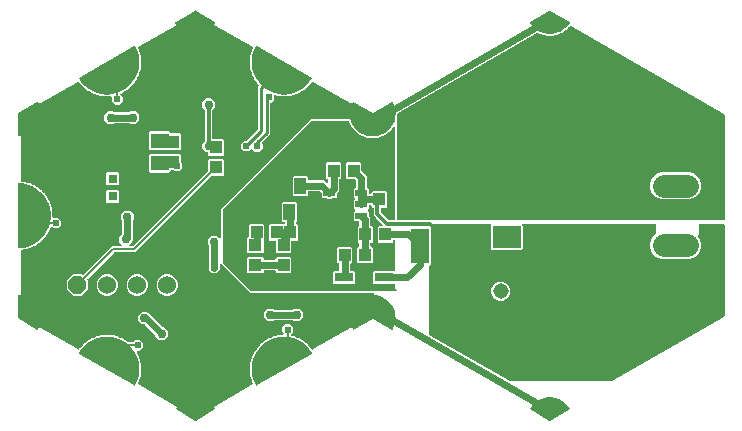
<source format=gbr>
G04 EAGLE Gerber RS-274X export*
G75*
%MOMM*%
%FSLAX34Y34*%
%LPD*%
%INTop Copper*%
%IPPOS*%
%AMOC8*
5,1,8,0,0,1.08239X$1,22.5*%
G01*
%ADD10R,1.000000X1.100000*%
%ADD11R,1.600000X3.000000*%
%ADD12R,6.200000X5.800000*%
%ADD13C,1.000000*%
%ADD14R,1.000000X1.400000*%
%ADD15R,1.003300X0.550000*%
%ADD16R,1.100000X1.000000*%
%ADD17P,1.649562X8X112.500000*%
%ADD18C,1.524000*%
%ADD19R,1.308000X1.308000*%
%ADD20C,1.308000*%
%ADD21R,0.800000X0.800000*%
%ADD22R,1.600000X0.800000*%
%ADD23R,2.200000X3.100000*%
%ADD24R,1.520000X1.500000*%
%ADD25C,1.981200*%
%ADD26R,1.500000X1.300000*%
%ADD27C,0.750000*%
%ADD28C,0.609600*%
%ADD29C,0.254000*%
%ADD30C,0.304800*%
%ADD31C,0.604800*%
%ADD32C,0.508000*%
%ADD33C,0.203200*%

G36*
X-150796Y-86377D02*
X-150796Y-86377D01*
X-150719Y-86378D01*
X-150695Y-86369D01*
X-150675Y-86367D01*
X-150635Y-86347D01*
X-150563Y-86320D01*
X-134063Y-76820D01*
X-134042Y-76801D01*
X-134015Y-76789D01*
X-133981Y-76751D01*
X-133978Y-76749D01*
X-133976Y-76745D01*
X-133968Y-76736D01*
X-133914Y-76689D01*
X-133902Y-76663D01*
X-133882Y-76641D01*
X-133859Y-76574D01*
X-133828Y-76509D01*
X-133827Y-76480D01*
X-133818Y-76453D01*
X-133822Y-76382D01*
X-133819Y-76311D01*
X-133829Y-76284D01*
X-133831Y-76255D01*
X-133874Y-76164D01*
X-133888Y-76124D01*
X-133896Y-76116D01*
X-133902Y-76104D01*
X-135032Y-74467D01*
X-102449Y-55655D01*
X-102360Y-55582D01*
X-102270Y-55513D01*
X-102265Y-55505D01*
X-102258Y-55500D01*
X-102197Y-55402D01*
X-102135Y-55307D01*
X-102132Y-55299D01*
X-102128Y-55291D01*
X-102101Y-55180D01*
X-102072Y-55070D01*
X-102072Y-55061D01*
X-102070Y-55052D01*
X-102080Y-54938D01*
X-102088Y-54824D01*
X-102091Y-54814D01*
X-102092Y-54807D01*
X-102101Y-54786D01*
X-102143Y-54666D01*
X-102390Y-54153D01*
X-102410Y-54125D01*
X-102423Y-54093D01*
X-102480Y-54024D01*
X-102531Y-53952D01*
X-102559Y-53931D01*
X-102582Y-53905D01*
X-102647Y-53860D01*
X-102837Y-53245D01*
X-102851Y-53215D01*
X-102878Y-53139D01*
X-103156Y-52562D01*
X-103150Y-52490D01*
X-103134Y-52403D01*
X-103140Y-52369D01*
X-103137Y-52334D01*
X-103168Y-52169D01*
X-103817Y-50063D01*
X-103833Y-50032D01*
X-103840Y-49998D01*
X-103887Y-49922D01*
X-103927Y-49842D01*
X-103951Y-49818D01*
X-103969Y-49788D01*
X-104028Y-49735D01*
X-104123Y-49098D01*
X-104133Y-49067D01*
X-104149Y-48987D01*
X-104337Y-48375D01*
X-104321Y-48306D01*
X-104292Y-48221D01*
X-104292Y-48186D01*
X-104284Y-48153D01*
X-104291Y-47985D01*
X-104618Y-45805D01*
X-104629Y-45772D01*
X-104632Y-45738D01*
X-104667Y-45656D01*
X-104694Y-45571D01*
X-104714Y-45543D01*
X-104728Y-45511D01*
X-104778Y-45449D01*
X-104777Y-44806D01*
X-104783Y-44773D01*
X-104786Y-44692D01*
X-104881Y-44059D01*
X-104854Y-43992D01*
X-104814Y-43913D01*
X-104809Y-43879D01*
X-104796Y-43847D01*
X-104777Y-43680D01*
X-104776Y-41476D01*
X-104782Y-41442D01*
X-104779Y-41407D01*
X-104802Y-41321D01*
X-104816Y-41233D01*
X-104832Y-41203D01*
X-104841Y-41169D01*
X-104881Y-41101D01*
X-104784Y-40464D01*
X-104785Y-40431D01*
X-104776Y-40351D01*
X-104776Y-39710D01*
X-104739Y-39648D01*
X-104687Y-39576D01*
X-104677Y-39543D01*
X-104660Y-39513D01*
X-104616Y-39351D01*
X-104287Y-37172D01*
X-104288Y-37137D01*
X-104280Y-37103D01*
X-104289Y-37015D01*
X-104290Y-36926D01*
X-104302Y-36893D01*
X-104305Y-36859D01*
X-104334Y-36785D01*
X-104144Y-36170D01*
X-104140Y-36137D01*
X-104119Y-36059D01*
X-104023Y-35426D01*
X-103978Y-35370D01*
X-103916Y-35306D01*
X-103901Y-35275D01*
X-103879Y-35248D01*
X-103812Y-35094D01*
X-103162Y-32988D01*
X-103157Y-32954D01*
X-103145Y-32922D01*
X-103140Y-32833D01*
X-103128Y-32745D01*
X-103135Y-32711D01*
X-103133Y-32676D01*
X-103151Y-32599D01*
X-102871Y-32019D01*
X-102862Y-31987D01*
X-102830Y-31913D01*
X-102641Y-31301D01*
X-102588Y-31253D01*
X-102517Y-31199D01*
X-102497Y-31170D01*
X-102472Y-31147D01*
X-102383Y-31005D01*
X-101426Y-29019D01*
X-101416Y-28986D01*
X-101399Y-28956D01*
X-101381Y-28869D01*
X-101356Y-28783D01*
X-101358Y-28749D01*
X-101351Y-28715D01*
X-101357Y-28636D01*
X-101139Y-28316D01*
X-100994Y-28104D01*
X-100980Y-28074D01*
X-100937Y-28005D01*
X-100659Y-27428D01*
X-100599Y-27389D01*
X-100521Y-27346D01*
X-100498Y-27321D01*
X-100469Y-27301D01*
X-100360Y-27174D01*
X-99117Y-25353D01*
X-99103Y-25322D01*
X-99081Y-25295D01*
X-99051Y-25211D01*
X-99014Y-25130D01*
X-99010Y-25096D01*
X-98998Y-25063D01*
X-98992Y-24984D01*
X-98554Y-24512D01*
X-98536Y-24485D01*
X-98483Y-24424D01*
X-98122Y-23895D01*
X-98058Y-23864D01*
X-97974Y-23834D01*
X-97947Y-23812D01*
X-97915Y-23797D01*
X-97788Y-23688D01*
X-96289Y-22072D01*
X-96269Y-22043D01*
X-96244Y-22020D01*
X-96202Y-21942D01*
X-96153Y-21867D01*
X-96144Y-21834D01*
X-96127Y-21803D01*
X-96110Y-21726D01*
X-95606Y-21325D01*
X-95584Y-21300D01*
X-95523Y-21248D01*
X-95087Y-20778D01*
X-95018Y-20758D01*
X-94931Y-20740D01*
X-94901Y-20723D01*
X-94868Y-20713D01*
X-94726Y-20623D01*
X-93002Y-19250D01*
X-92979Y-19224D01*
X-92950Y-19204D01*
X-92897Y-19133D01*
X-92837Y-19067D01*
X-92823Y-19036D01*
X-92803Y-19008D01*
X-92774Y-18934D01*
X-92216Y-18612D01*
X-92191Y-18591D01*
X-92122Y-18548D01*
X-91621Y-18149D01*
X-91550Y-18139D01*
X-91461Y-18135D01*
X-91429Y-18122D01*
X-91395Y-18117D01*
X-91241Y-18050D01*
X-89332Y-16948D01*
X-89305Y-16926D01*
X-89274Y-16911D01*
X-89210Y-16849D01*
X-89142Y-16793D01*
X-89123Y-16763D01*
X-89098Y-16739D01*
X-89059Y-16670D01*
X-88460Y-16435D01*
X-88431Y-16418D01*
X-88357Y-16386D01*
X-87802Y-16066D01*
X-87730Y-16067D01*
X-87642Y-16075D01*
X-87608Y-16068D01*
X-87574Y-16068D01*
X-87412Y-16024D01*
X-85360Y-15220D01*
X-85330Y-15202D01*
X-85297Y-15192D01*
X-85225Y-15140D01*
X-85148Y-15094D01*
X-85125Y-15068D01*
X-85097Y-15048D01*
X-85048Y-14985D01*
X-84421Y-14842D01*
X-84390Y-14830D01*
X-84312Y-14809D01*
X-83716Y-14575D01*
X-83645Y-14587D01*
X-83559Y-14608D01*
X-83524Y-14606D01*
X-83490Y-14611D01*
X-83323Y-14592D01*
X-81174Y-14103D01*
X-81142Y-14089D01*
X-81108Y-14084D01*
X-81029Y-14043D01*
X-80946Y-14010D01*
X-80920Y-13987D01*
X-80889Y-13971D01*
X-80831Y-13917D01*
X-80189Y-13869D01*
X-80157Y-13862D01*
X-80077Y-13852D01*
X-79452Y-13710D01*
X-79384Y-13732D01*
X-79302Y-13766D01*
X-79267Y-13769D01*
X-79234Y-13780D01*
X-79067Y-13786D01*
X-76869Y-13622D01*
X-76835Y-13613D01*
X-76800Y-13613D01*
X-76716Y-13585D01*
X-76630Y-13564D01*
X-76600Y-13545D01*
X-76567Y-13534D01*
X-76429Y-13440D01*
X-76383Y-13400D01*
X-76315Y-13375D01*
X-76297Y-13361D01*
X-76276Y-13351D01*
X-76202Y-13284D01*
X-76123Y-13222D01*
X-76111Y-13202D01*
X-76093Y-13186D01*
X-76045Y-13099D01*
X-75990Y-13015D01*
X-75985Y-12992D01*
X-75973Y-12972D01*
X-75955Y-12873D01*
X-75930Y-12776D01*
X-75932Y-12753D01*
X-75928Y-12730D01*
X-75942Y-12631D01*
X-75949Y-12531D01*
X-75959Y-12510D01*
X-75962Y-12486D01*
X-76007Y-12397D01*
X-76046Y-12305D01*
X-76064Y-12282D01*
X-76072Y-12266D01*
X-76095Y-12243D01*
X-76151Y-12174D01*
X-77158Y-11167D01*
X-77158Y-7399D01*
X-74493Y-4734D01*
X-70725Y-4734D01*
X-68060Y-7399D01*
X-68060Y-11167D01*
X-69845Y-12952D01*
X-69898Y-13026D01*
X-69958Y-13095D01*
X-69970Y-13125D01*
X-69989Y-13152D01*
X-70015Y-13239D01*
X-70050Y-13323D01*
X-70054Y-13364D01*
X-70061Y-13387D01*
X-70060Y-13419D01*
X-70068Y-13490D01*
X-70068Y-13582D01*
X-70059Y-13640D01*
X-70059Y-13697D01*
X-70039Y-13760D01*
X-70028Y-13825D01*
X-70001Y-13876D01*
X-69983Y-13931D01*
X-69944Y-13984D01*
X-69913Y-14043D01*
X-69871Y-14082D01*
X-69837Y-14129D01*
X-69783Y-14167D01*
X-69735Y-14212D01*
X-69682Y-14236D01*
X-69635Y-14269D01*
X-69541Y-14302D01*
X-69512Y-14316D01*
X-69498Y-14317D01*
X-69476Y-14325D01*
X-68284Y-14597D01*
X-68249Y-14599D01*
X-68216Y-14609D01*
X-68127Y-14607D01*
X-68038Y-14613D01*
X-68005Y-14604D01*
X-67970Y-14603D01*
X-67894Y-14579D01*
X-67295Y-14814D01*
X-67263Y-14821D01*
X-67187Y-14848D01*
X-66562Y-14991D01*
X-66510Y-15040D01*
X-66451Y-15107D01*
X-66421Y-15124D01*
X-66396Y-15148D01*
X-66248Y-15226D01*
X-64196Y-16032D01*
X-64162Y-16039D01*
X-64131Y-16054D01*
X-64043Y-16065D01*
X-63956Y-16084D01*
X-63921Y-16080D01*
X-63887Y-16084D01*
X-63808Y-16072D01*
X-63251Y-16394D01*
X-63220Y-16406D01*
X-63149Y-16443D01*
X-62553Y-16678D01*
X-62508Y-16734D01*
X-62460Y-16809D01*
X-62433Y-16830D01*
X-62412Y-16858D01*
X-62277Y-16957D01*
X-60368Y-18060D01*
X-60336Y-18072D01*
X-60307Y-18092D01*
X-60221Y-18115D01*
X-60138Y-18147D01*
X-60103Y-18148D01*
X-60070Y-18157D01*
X-59991Y-18157D01*
X-59488Y-18559D01*
X-59459Y-18575D01*
X-59393Y-18623D01*
X-58839Y-18943D01*
X-58804Y-19006D01*
X-58767Y-19087D01*
X-58744Y-19112D01*
X-58727Y-19142D01*
X-58608Y-19261D01*
X-56885Y-20636D01*
X-56855Y-20653D01*
X-56829Y-20676D01*
X-56748Y-20712D01*
X-56670Y-20756D01*
X-56636Y-20762D01*
X-56605Y-20777D01*
X-56526Y-20788D01*
X-56089Y-21260D01*
X-56063Y-21280D01*
X-56005Y-21338D01*
X-55505Y-21737D01*
X-55479Y-21804D01*
X-55455Y-21890D01*
X-55435Y-21918D01*
X-55423Y-21951D01*
X-55323Y-22086D01*
X-53825Y-23702D01*
X-53797Y-23723D01*
X-53776Y-23750D01*
X-53701Y-23798D01*
X-53630Y-23853D01*
X-53598Y-23864D01*
X-53569Y-23883D01*
X-53493Y-23906D01*
X-53130Y-24438D01*
X-53107Y-24462D01*
X-53059Y-24527D01*
X-52624Y-24997D01*
X-52609Y-25067D01*
X-52598Y-25155D01*
X-52582Y-25186D01*
X-52575Y-25220D01*
X-52496Y-25368D01*
X-52186Y-25824D01*
X-52107Y-25906D01*
X-52030Y-25991D01*
X-52023Y-25995D01*
X-52017Y-26002D01*
X-51916Y-26055D01*
X-51816Y-26111D01*
X-51807Y-26113D01*
X-51799Y-26117D01*
X-51686Y-26135D01*
X-51574Y-26156D01*
X-51565Y-26155D01*
X-51557Y-26156D01*
X-51443Y-26138D01*
X-51330Y-26122D01*
X-51321Y-26117D01*
X-51314Y-26116D01*
X-51294Y-26106D01*
X-51177Y-26054D01*
X-18592Y-7242D01*
X-17764Y-9000D01*
X-17747Y-9023D01*
X-17737Y-9051D01*
X-17688Y-9103D01*
X-17645Y-9160D01*
X-17620Y-9174D01*
X-17600Y-9195D01*
X-17535Y-9224D01*
X-17474Y-9260D01*
X-17445Y-9264D01*
X-17418Y-9275D01*
X-17347Y-9276D01*
X-17277Y-9285D01*
X-17249Y-9278D01*
X-17219Y-9278D01*
X-17126Y-9243D01*
X-17085Y-9232D01*
X-17076Y-9225D01*
X-17063Y-9220D01*
X-813Y136D01*
X15438Y-9220D01*
X15466Y-9229D01*
X15490Y-9246D01*
X15560Y-9261D01*
X15627Y-9283D01*
X15656Y-9281D01*
X15685Y-9287D01*
X15754Y-9273D01*
X15825Y-9267D01*
X15851Y-9254D01*
X15880Y-9248D01*
X15939Y-9208D01*
X16002Y-9176D01*
X16020Y-9153D01*
X16044Y-9137D01*
X16101Y-9055D01*
X16128Y-9022D01*
X16131Y-9011D01*
X16139Y-9000D01*
X17497Y-6115D01*
X17505Y-6081D01*
X17526Y-6037D01*
X18383Y-2966D01*
X18386Y-2931D01*
X18399Y-2884D01*
X18732Y288D01*
X18729Y323D01*
X18734Y371D01*
X18534Y3553D01*
X18525Y3587D01*
X18522Y3636D01*
X17794Y6740D01*
X17779Y6772D01*
X17768Y6820D01*
X16532Y9759D01*
X16512Y9788D01*
X16493Y9833D01*
X14785Y12525D01*
X14761Y12551D01*
X14734Y12592D01*
X12601Y14962D01*
X12573Y14982D01*
X12540Y15019D01*
X10041Y16999D01*
X10010Y17015D01*
X9972Y17046D01*
X7177Y18582D01*
X7144Y18592D01*
X7101Y18616D01*
X7021Y18644D01*
X5587Y19143D01*
X4154Y19642D01*
X4090Y19664D01*
X4055Y19669D01*
X4009Y19685D01*
X865Y20217D01*
X830Y20216D01*
X782Y20224D01*
X761Y20224D01*
X761Y20765D01*
X758Y20784D01*
X760Y20804D01*
X738Y20905D01*
X722Y21007D01*
X712Y21025D01*
X708Y21044D01*
X655Y21133D01*
X606Y21225D01*
X592Y21238D01*
X582Y21255D01*
X503Y21323D01*
X428Y21394D01*
X410Y21402D01*
X395Y21415D01*
X299Y21454D01*
X205Y21498D01*
X185Y21500D01*
X167Y21507D01*
X0Y21526D01*
X-104135Y21526D01*
X-127724Y45115D01*
X-129065Y46456D01*
X-129123Y46498D01*
X-129175Y46548D01*
X-129223Y46569D01*
X-129265Y46600D01*
X-129333Y46621D01*
X-129399Y46651D01*
X-129450Y46657D01*
X-129500Y46672D01*
X-129572Y46670D01*
X-129643Y46678D01*
X-129694Y46667D01*
X-129746Y46666D01*
X-129813Y46641D01*
X-129883Y46626D01*
X-129928Y46599D01*
X-129977Y46581D01*
X-130033Y46537D01*
X-130094Y46500D01*
X-130128Y46460D01*
X-130169Y46428D01*
X-130208Y46367D01*
X-130254Y46313D01*
X-130274Y46265D01*
X-130302Y46221D01*
X-130319Y46151D01*
X-130346Y46085D01*
X-130354Y46013D01*
X-130362Y45982D01*
X-130360Y45959D01*
X-130365Y45918D01*
X-130365Y40968D01*
X-133043Y38290D01*
X-136832Y38290D01*
X-139510Y40968D01*
X-139510Y61885D01*
X-139525Y61975D01*
X-139532Y62066D01*
X-139545Y62096D01*
X-139550Y62128D01*
X-139593Y62209D01*
X-139628Y62293D01*
X-139654Y62325D01*
X-139665Y62345D01*
X-139688Y62368D01*
X-139733Y62424D01*
X-140212Y62903D01*
X-140212Y67272D01*
X-137122Y70362D01*
X-132753Y70362D01*
X-130586Y68196D01*
X-130528Y68154D01*
X-130476Y68105D01*
X-130429Y68083D01*
X-130387Y68052D01*
X-130318Y68031D01*
X-130253Y68001D01*
X-130201Y67995D01*
X-130151Y67980D01*
X-130080Y67982D01*
X-130009Y67974D01*
X-129958Y67985D01*
X-129906Y67986D01*
X-129838Y68011D01*
X-129768Y68026D01*
X-129723Y68053D01*
X-129675Y68071D01*
X-129619Y68116D01*
X-129557Y68152D01*
X-129523Y68192D01*
X-129483Y68224D01*
X-129444Y68285D01*
X-129397Y68339D01*
X-129378Y68388D01*
X-129350Y68431D01*
X-129332Y68501D01*
X-129305Y68567D01*
X-129297Y68639D01*
X-129289Y68670D01*
X-129291Y68693D01*
X-129287Y68734D01*
X-129287Y93022D01*
X-53335Y168974D01*
X-19674Y168974D01*
X-19419Y167885D01*
X-19404Y167853D01*
X-19393Y167805D01*
X-18157Y164866D01*
X-18137Y164837D01*
X-18118Y164792D01*
X-16410Y162100D01*
X-16386Y162074D01*
X-16359Y162033D01*
X-14226Y159663D01*
X-14198Y159643D01*
X-14165Y159606D01*
X-11666Y157626D01*
X-11635Y157610D01*
X-11597Y157579D01*
X-8802Y156043D01*
X-8769Y156033D01*
X-8726Y156009D01*
X-5715Y154961D01*
X-5680Y154956D01*
X-5634Y154940D01*
X-2490Y154408D01*
X-2455Y154409D01*
X-2407Y154401D01*
X782Y154401D01*
X816Y154408D01*
X865Y154408D01*
X4009Y154940D01*
X4042Y154953D01*
X4090Y154961D01*
X7101Y156009D01*
X7131Y156027D01*
X7177Y156043D01*
X9972Y157579D01*
X9998Y157602D01*
X10041Y157626D01*
X12540Y159606D01*
X12563Y159633D01*
X12601Y159663D01*
X14734Y162033D01*
X14752Y162063D01*
X14785Y162100D01*
X16493Y164792D01*
X16506Y164824D01*
X16532Y164866D01*
X17768Y167805D01*
X17775Y167840D01*
X17794Y167885D01*
X18522Y170989D01*
X18523Y171024D01*
X18534Y171072D01*
X18734Y174254D01*
X18729Y174289D01*
X18732Y174337D01*
X18399Y177509D01*
X18389Y177542D01*
X18383Y177591D01*
X17526Y180662D01*
X17510Y180693D01*
X17497Y180740D01*
X16139Y183625D01*
X16122Y183648D01*
X16112Y183676D01*
X16063Y183728D01*
X16020Y183785D01*
X15995Y183799D01*
X15975Y183820D01*
X15910Y183849D01*
X15849Y183885D01*
X15820Y183889D01*
X15793Y183900D01*
X15722Y183901D01*
X15652Y183910D01*
X15624Y183903D01*
X15594Y183903D01*
X15501Y183868D01*
X15460Y183857D01*
X15451Y183850D01*
X15438Y183845D01*
X-813Y174489D01*
X-17063Y183845D01*
X-17091Y183854D01*
X-17115Y183871D01*
X-17185Y183886D01*
X-17252Y183908D01*
X-17281Y183906D01*
X-17310Y183912D01*
X-17379Y183898D01*
X-17450Y183892D01*
X-17476Y183879D01*
X-17505Y183873D01*
X-17564Y183833D01*
X-17627Y183801D01*
X-17645Y183778D01*
X-17669Y183762D01*
X-17726Y183680D01*
X-17753Y183647D01*
X-17756Y183636D01*
X-17764Y183625D01*
X-18592Y181867D01*
X-51177Y200679D01*
X-51284Y200720D01*
X-51390Y200763D01*
X-51399Y200763D01*
X-51407Y200766D01*
X-51521Y200770D01*
X-51635Y200777D01*
X-51644Y200775D01*
X-51652Y200775D01*
X-51763Y200743D01*
X-51873Y200713D01*
X-51880Y200708D01*
X-51888Y200705D01*
X-51982Y200639D01*
X-52077Y200576D01*
X-52084Y200568D01*
X-52090Y200564D01*
X-52103Y200546D01*
X-52186Y200449D01*
X-52387Y200154D01*
X-52387Y200153D01*
X-52496Y199993D01*
X-52511Y199962D01*
X-52533Y199935D01*
X-52563Y199851D01*
X-52600Y199770D01*
X-52604Y199736D01*
X-52616Y199703D01*
X-52622Y199624D01*
X-53059Y199152D01*
X-53077Y199125D01*
X-53130Y199063D01*
X-53424Y198631D01*
X-53425Y198631D01*
X-53491Y198534D01*
X-53556Y198503D01*
X-53639Y198473D01*
X-53666Y198451D01*
X-53698Y198436D01*
X-53825Y198327D01*
X-55323Y196711D01*
X-55342Y196682D01*
X-55368Y196658D01*
X-55410Y196580D01*
X-55459Y196506D01*
X-55468Y196472D01*
X-55485Y196441D01*
X-55502Y196364D01*
X-56005Y195963D01*
X-56027Y195938D01*
X-56089Y195885D01*
X-56524Y195416D01*
X-56593Y195395D01*
X-56680Y195377D01*
X-56710Y195360D01*
X-56743Y195350D01*
X-56885Y195261D01*
X-58608Y193886D01*
X-58631Y193860D01*
X-58660Y193840D01*
X-58713Y193769D01*
X-58773Y193703D01*
X-58787Y193671D01*
X-58807Y193644D01*
X-58836Y193570D01*
X-59393Y193248D01*
X-59419Y193227D01*
X-59488Y193184D01*
X-59988Y192784D01*
X-60059Y192774D01*
X-60148Y192770D01*
X-60180Y192757D01*
X-60214Y192752D01*
X-60368Y192685D01*
X-62277Y191582D01*
X-62304Y191560D01*
X-62335Y191545D01*
X-62398Y191483D01*
X-62467Y191426D01*
X-62485Y191397D01*
X-62510Y191373D01*
X-62550Y191304D01*
X-63149Y191068D01*
X-63177Y191052D01*
X-63251Y191019D01*
X-63806Y190699D01*
X-63877Y190699D01*
X-63966Y190708D01*
X-64000Y190700D01*
X-64034Y190701D01*
X-64196Y190657D01*
X-66248Y189851D01*
X-66278Y189833D01*
X-66311Y189823D01*
X-66383Y189771D01*
X-66459Y189725D01*
X-66482Y189699D01*
X-66510Y189679D01*
X-66559Y189616D01*
X-67187Y189473D01*
X-67217Y189460D01*
X-67295Y189439D01*
X-67891Y189205D01*
X-67962Y189217D01*
X-68048Y189238D01*
X-68083Y189236D01*
X-68117Y189241D01*
X-68284Y189222D01*
X-70433Y188731D01*
X-70465Y188718D01*
X-70499Y188713D01*
X-70578Y188672D01*
X-70660Y188638D01*
X-70687Y188616D01*
X-70718Y188600D01*
X-70776Y188545D01*
X-71417Y188497D01*
X-71449Y188489D01*
X-71530Y188480D01*
X-72154Y188337D01*
X-72222Y188359D01*
X-72305Y188394D01*
X-72339Y188396D01*
X-72372Y188407D01*
X-72540Y188413D01*
X-74738Y188247D01*
X-74771Y188239D01*
X-74806Y188239D01*
X-74890Y188210D01*
X-74977Y188189D01*
X-75006Y188171D01*
X-75039Y188160D01*
X-75104Y188115D01*
X-75746Y188163D01*
X-75779Y188160D01*
X-75860Y188163D01*
X-76499Y188115D01*
X-76563Y188147D01*
X-76639Y188193D01*
X-76673Y188200D01*
X-76704Y188216D01*
X-76869Y188247D01*
X-79067Y188411D01*
X-79101Y188408D01*
X-79136Y188413D01*
X-79223Y188397D01*
X-79312Y188389D01*
X-79343Y188375D01*
X-79378Y188369D01*
X-79449Y188334D01*
X-80077Y188477D01*
X-80110Y188479D01*
X-80189Y188494D01*
X-80828Y188542D01*
X-80887Y188583D01*
X-80955Y188640D01*
X-80987Y188653D01*
X-81016Y188672D01*
X-81174Y188728D01*
X-83323Y189217D01*
X-83358Y189219D01*
X-83391Y189230D01*
X-83480Y189227D01*
X-83569Y189233D01*
X-83602Y189224D01*
X-83637Y189223D01*
X-83797Y189173D01*
X-83895Y189130D01*
X-83986Y189071D01*
X-84081Y189014D01*
X-84090Y189004D01*
X-84101Y188997D01*
X-84169Y188911D01*
X-84241Y188827D01*
X-84246Y188815D01*
X-84254Y188804D01*
X-84292Y188701D01*
X-84333Y188599D01*
X-84335Y188583D01*
X-84338Y188573D01*
X-84339Y188544D01*
X-84351Y188432D01*
X-84351Y185441D01*
X-87030Y182762D01*
X-87072Y182753D01*
X-87174Y182737D01*
X-87192Y182727D01*
X-87211Y182723D01*
X-87300Y182670D01*
X-87392Y182621D01*
X-87405Y182607D01*
X-87422Y182597D01*
X-87490Y182518D01*
X-87561Y182443D01*
X-87569Y182425D01*
X-87582Y182410D01*
X-87621Y182314D01*
X-87665Y182220D01*
X-87667Y182200D01*
X-87674Y182182D01*
X-87693Y182015D01*
X-87693Y156005D01*
X-94282Y149416D01*
X-94293Y149400D01*
X-94309Y149387D01*
X-94365Y149300D01*
X-94425Y149216D01*
X-94431Y149197D01*
X-94442Y149180D01*
X-94467Y149080D01*
X-94498Y148981D01*
X-94497Y148961D01*
X-94502Y148942D01*
X-94494Y148839D01*
X-94491Y148735D01*
X-94484Y148717D01*
X-94483Y148697D01*
X-94442Y148602D01*
X-94407Y148504D01*
X-94394Y148489D01*
X-94386Y148470D01*
X-94282Y148339D01*
X-93876Y147934D01*
X-93876Y144166D01*
X-96541Y141501D01*
X-100309Y141501D01*
X-102649Y143841D01*
X-102665Y143853D01*
X-102678Y143869D01*
X-102765Y143925D01*
X-102849Y143985D01*
X-102868Y143991D01*
X-102885Y144002D01*
X-102985Y144027D01*
X-103084Y144057D01*
X-103104Y144057D01*
X-103123Y144062D01*
X-103226Y144054D01*
X-103330Y144051D01*
X-103349Y144044D01*
X-103369Y144042D01*
X-103463Y144002D01*
X-103561Y143966D01*
X-103577Y143954D01*
X-103595Y143946D01*
X-103726Y143841D01*
X-105879Y141688D01*
X-109647Y141688D01*
X-112312Y144353D01*
X-112312Y148121D01*
X-109647Y150786D01*
X-107482Y150786D01*
X-107392Y150801D01*
X-107301Y150808D01*
X-107271Y150820D01*
X-107239Y150826D01*
X-107158Y150868D01*
X-107075Y150904D01*
X-107042Y150930D01*
X-107022Y150941D01*
X-107000Y150964D01*
X-106944Y151009D01*
X-98081Y159872D01*
X-98028Y159946D01*
X-97968Y160015D01*
X-97956Y160045D01*
X-97937Y160071D01*
X-97910Y160158D01*
X-97876Y160243D01*
X-97872Y160284D01*
X-97865Y160307D01*
X-97866Y160339D01*
X-97858Y160410D01*
X-97858Y196620D01*
X-97525Y196952D01*
X-97522Y196957D01*
X-97517Y196960D01*
X-97450Y197057D01*
X-97382Y197152D01*
X-97380Y197157D01*
X-97377Y197162D01*
X-97344Y197275D01*
X-97309Y197387D01*
X-97310Y197393D01*
X-97308Y197398D01*
X-97313Y197515D01*
X-97316Y197633D01*
X-97318Y197638D01*
X-97318Y197644D01*
X-97360Y197753D01*
X-97400Y197864D01*
X-97404Y197868D01*
X-97406Y197874D01*
X-97506Y198008D01*
X-97788Y198313D01*
X-97816Y198334D01*
X-97837Y198361D01*
X-97912Y198409D01*
X-97983Y198464D01*
X-98015Y198475D01*
X-98045Y198494D01*
X-98120Y198517D01*
X-98483Y199049D01*
X-98506Y199072D01*
X-98554Y199137D01*
X-98990Y199607D01*
X-99005Y199677D01*
X-99016Y199765D01*
X-99031Y199796D01*
X-99039Y199830D01*
X-99117Y199978D01*
X-100360Y201799D01*
X-100384Y201824D01*
X-100401Y201854D01*
X-100468Y201913D01*
X-100529Y201977D01*
X-100560Y201993D01*
X-100586Y202016D01*
X-100658Y202051D01*
X-100937Y202630D01*
X-100956Y202657D01*
X-100994Y202729D01*
X-101355Y203258D01*
X-101360Y203329D01*
X-101358Y203418D01*
X-101368Y203451D01*
X-101370Y203486D01*
X-101426Y203644D01*
X-102383Y205630D01*
X-102403Y205658D01*
X-102415Y205690D01*
X-102473Y205758D01*
X-102524Y205831D01*
X-102552Y205852D01*
X-102574Y205878D01*
X-102640Y205923D01*
X-102830Y206538D01*
X-102845Y206567D01*
X-102871Y206644D01*
X-103150Y207221D01*
X-103144Y207292D01*
X-103128Y207380D01*
X-103133Y207414D01*
X-103130Y207449D01*
X-103162Y207613D01*
X-103812Y209719D01*
X-103828Y209750D01*
X-103836Y209784D01*
X-103882Y209860D01*
X-103922Y209939D01*
X-103946Y209964D01*
X-103965Y209994D01*
X-104023Y210047D01*
X-104119Y210684D01*
X-104129Y210715D01*
X-104144Y210795D01*
X-104333Y211407D01*
X-104317Y211476D01*
X-104289Y211561D01*
X-104289Y211595D01*
X-104281Y211629D01*
X-104287Y211797D01*
X-104616Y213976D01*
X-104627Y214009D01*
X-104630Y214044D01*
X-104665Y214126D01*
X-104692Y214210D01*
X-104713Y214238D01*
X-104726Y214270D01*
X-104776Y214332D01*
X-104776Y214976D01*
X-104778Y214985D01*
X-104777Y214990D01*
X-104781Y215010D01*
X-104784Y215089D01*
X-104880Y215722D01*
X-104853Y215789D01*
X-104813Y215868D01*
X-104808Y215902D01*
X-104795Y215934D01*
X-104776Y216101D01*
X-104777Y218305D01*
X-104783Y218340D01*
X-104780Y218374D01*
X-104802Y218460D01*
X-104817Y218548D01*
X-104833Y218579D01*
X-104842Y218612D01*
X-104882Y218681D01*
X-104786Y219317D01*
X-104786Y219350D01*
X-104777Y219431D01*
X-104778Y220071D01*
X-104741Y220133D01*
X-104689Y220205D01*
X-104679Y220238D01*
X-104662Y220268D01*
X-104618Y220430D01*
X-104291Y222610D01*
X-104291Y222645D01*
X-104283Y222679D01*
X-104293Y222767D01*
X-104294Y222856D01*
X-104305Y222889D01*
X-104309Y222923D01*
X-104338Y222997D01*
X-104149Y223612D01*
X-104144Y223645D01*
X-104123Y223723D01*
X-104028Y224356D01*
X-103983Y224412D01*
X-103921Y224476D01*
X-103906Y224507D01*
X-103884Y224534D01*
X-103817Y224688D01*
X-103168Y226794D01*
X-103163Y226829D01*
X-103151Y226861D01*
X-103147Y226950D01*
X-103135Y227038D01*
X-103141Y227072D01*
X-103139Y227107D01*
X-103157Y227184D01*
X-102878Y227764D01*
X-102869Y227796D01*
X-102837Y227870D01*
X-102648Y228482D01*
X-102595Y228530D01*
X-102524Y228584D01*
X-102505Y228613D01*
X-102479Y228636D01*
X-102390Y228778D01*
X-102143Y229291D01*
X-102111Y229400D01*
X-102076Y229509D01*
X-102076Y229518D01*
X-102074Y229527D01*
X-102078Y229641D01*
X-102080Y229755D01*
X-102083Y229764D01*
X-102083Y229773D01*
X-102124Y229880D01*
X-102162Y229987D01*
X-102168Y229994D01*
X-102171Y230003D01*
X-102243Y230091D01*
X-102314Y230181D01*
X-102322Y230187D01*
X-102327Y230193D01*
X-102346Y230205D01*
X-102449Y230280D01*
X-135032Y249092D01*
X-133902Y250729D01*
X-133890Y250756D01*
X-133872Y250778D01*
X-133852Y250846D01*
X-133824Y250912D01*
X-133823Y250941D01*
X-133815Y250968D01*
X-133823Y251040D01*
X-133823Y251111D01*
X-133834Y251137D01*
X-133837Y251166D01*
X-133873Y251228D01*
X-133900Y251294D01*
X-133921Y251314D01*
X-133935Y251339D01*
X-134012Y251403D01*
X-134043Y251433D01*
X-134053Y251437D01*
X-134063Y251445D01*
X-150563Y260945D01*
X-150636Y260969D01*
X-150707Y261000D01*
X-150730Y261001D01*
X-150752Y261008D01*
X-150829Y261002D01*
X-150906Y261003D01*
X-150930Y260994D01*
X-150950Y260992D01*
X-150990Y260972D01*
X-151062Y260945D01*
X-167562Y251445D01*
X-167583Y251426D01*
X-167610Y251414D01*
X-167657Y251361D01*
X-167711Y251314D01*
X-167723Y251288D01*
X-167743Y251266D01*
X-167766Y251199D01*
X-167797Y251134D01*
X-167798Y251105D01*
X-167807Y251078D01*
X-167803Y251007D01*
X-167806Y250936D01*
X-167796Y250909D01*
X-167794Y250880D01*
X-167751Y250789D01*
X-167737Y250749D01*
X-167729Y250741D01*
X-167723Y250729D01*
X-166593Y249092D01*
X-199176Y230280D01*
X-199265Y230207D01*
X-199355Y230138D01*
X-199360Y230130D01*
X-199367Y230125D01*
X-199428Y230027D01*
X-199490Y229932D01*
X-199493Y229924D01*
X-199497Y229916D01*
X-199524Y229805D01*
X-199553Y229695D01*
X-199553Y229686D01*
X-199555Y229677D01*
X-199545Y229563D01*
X-199537Y229449D01*
X-199534Y229439D01*
X-199533Y229432D01*
X-199524Y229411D01*
X-199482Y229291D01*
X-199235Y228778D01*
X-199215Y228750D01*
X-199202Y228718D01*
X-199145Y228649D01*
X-199094Y228577D01*
X-199066Y228556D01*
X-199043Y228530D01*
X-198978Y228485D01*
X-198788Y227870D01*
X-198774Y227840D01*
X-198747Y227764D01*
X-198469Y227187D01*
X-198475Y227115D01*
X-198491Y227028D01*
X-198485Y226994D01*
X-198488Y226959D01*
X-198457Y226794D01*
X-197808Y224688D01*
X-197792Y224657D01*
X-197785Y224623D01*
X-197738Y224547D01*
X-197698Y224467D01*
X-197674Y224443D01*
X-197656Y224413D01*
X-197597Y224360D01*
X-197502Y223723D01*
X-197492Y223692D01*
X-197476Y223612D01*
X-197288Y223000D01*
X-197304Y222930D01*
X-197333Y222846D01*
X-197333Y222811D01*
X-197341Y222778D01*
X-197334Y222610D01*
X-197007Y220430D01*
X-196996Y220397D01*
X-196993Y220363D01*
X-196958Y220281D01*
X-196931Y220196D01*
X-196911Y220168D01*
X-196897Y220136D01*
X-196847Y220074D01*
X-196848Y219431D01*
X-196842Y219398D01*
X-196839Y219317D01*
X-196744Y218684D01*
X-196771Y218617D01*
X-196811Y218538D01*
X-196816Y218504D01*
X-196829Y218472D01*
X-196848Y218305D01*
X-196849Y216101D01*
X-196843Y216067D01*
X-196846Y216032D01*
X-196823Y215946D01*
X-196809Y215858D01*
X-196793Y215828D01*
X-196784Y215794D01*
X-196744Y215726D01*
X-196841Y215089D01*
X-196840Y215056D01*
X-196849Y214976D01*
X-196849Y214335D01*
X-196886Y214273D01*
X-196938Y214201D01*
X-196948Y214168D01*
X-196965Y214138D01*
X-197009Y213976D01*
X-197338Y211797D01*
X-197337Y211762D01*
X-197345Y211728D01*
X-197336Y211640D01*
X-197335Y211551D01*
X-197323Y211518D01*
X-197320Y211484D01*
X-197291Y211410D01*
X-197481Y210795D01*
X-197485Y210762D01*
X-197506Y210684D01*
X-197602Y210051D01*
X-197647Y209995D01*
X-197709Y209931D01*
X-197724Y209900D01*
X-197746Y209873D01*
X-197813Y209719D01*
X-198463Y207613D01*
X-198468Y207579D01*
X-198480Y207547D01*
X-198485Y207458D01*
X-198497Y207370D01*
X-198490Y207336D01*
X-198492Y207301D01*
X-198474Y207224D01*
X-198754Y206644D01*
X-198763Y206612D01*
X-198795Y206538D01*
X-198984Y205926D01*
X-199037Y205878D01*
X-199108Y205824D01*
X-199128Y205795D01*
X-199153Y205772D01*
X-199242Y205630D01*
X-200199Y203644D01*
X-200209Y203611D01*
X-200226Y203581D01*
X-200244Y203494D01*
X-200269Y203408D01*
X-200267Y203374D01*
X-200274Y203340D01*
X-200268Y203261D01*
X-200631Y202729D01*
X-200645Y202699D01*
X-200688Y202630D01*
X-200966Y202053D01*
X-201026Y202014D01*
X-201104Y201971D01*
X-201127Y201946D01*
X-201156Y201926D01*
X-201265Y201799D01*
X-202388Y200154D01*
X-202388Y200153D01*
X-202508Y199978D01*
X-202522Y199947D01*
X-202544Y199920D01*
X-202574Y199836D01*
X-202611Y199755D01*
X-202615Y199721D01*
X-202627Y199688D01*
X-202633Y199609D01*
X-203071Y199137D01*
X-203089Y199110D01*
X-203142Y199049D01*
X-203427Y198631D01*
X-203503Y198520D01*
X-203568Y198489D01*
X-203651Y198459D01*
X-203678Y198437D01*
X-203710Y198422D01*
X-203837Y198313D01*
X-205336Y196697D01*
X-205356Y196668D01*
X-205381Y196645D01*
X-205423Y196567D01*
X-205472Y196492D01*
X-205481Y196459D01*
X-205498Y196428D01*
X-205515Y196351D01*
X-206019Y195950D01*
X-206041Y195925D01*
X-206102Y195873D01*
X-206538Y195403D01*
X-206607Y195383D01*
X-206694Y195365D01*
X-206724Y195348D01*
X-206757Y195338D01*
X-206899Y195248D01*
X-208623Y193875D01*
X-208646Y193849D01*
X-208675Y193829D01*
X-208728Y193758D01*
X-208788Y193692D01*
X-208802Y193661D01*
X-208823Y193633D01*
X-208851Y193559D01*
X-209409Y193237D01*
X-209434Y193216D01*
X-209503Y193173D01*
X-210004Y192774D01*
X-210075Y192764D01*
X-210164Y192760D01*
X-210196Y192747D01*
X-210230Y192742D01*
X-210384Y192675D01*
X-212293Y191573D01*
X-212320Y191552D01*
X-212351Y191536D01*
X-212415Y191474D01*
X-212483Y191418D01*
X-212502Y191388D01*
X-212527Y191364D01*
X-212566Y191295D01*
X-213165Y191060D01*
X-213194Y191043D01*
X-213268Y191011D01*
X-214009Y190583D01*
X-214101Y190508D01*
X-214194Y190433D01*
X-214197Y190430D01*
X-214200Y190427D01*
X-214263Y190326D01*
X-214327Y190227D01*
X-214328Y190223D01*
X-214331Y190219D01*
X-214358Y190104D01*
X-214388Y189988D01*
X-214387Y189984D01*
X-214388Y189980D01*
X-214378Y189861D01*
X-214368Y189743D01*
X-214367Y189739D01*
X-214366Y189735D01*
X-214318Y189624D01*
X-214272Y189516D01*
X-214269Y189513D01*
X-214268Y189510D01*
X-214258Y189499D01*
X-214167Y189386D01*
X-212534Y187752D01*
X-212534Y183984D01*
X-215198Y181319D01*
X-218967Y181319D01*
X-221631Y183984D01*
X-221631Y187583D01*
X-221640Y187636D01*
X-221639Y187689D01*
X-221660Y187756D01*
X-221671Y187826D01*
X-221696Y187873D01*
X-221712Y187924D01*
X-221753Y187981D01*
X-221786Y188043D01*
X-221825Y188080D01*
X-221856Y188123D01*
X-221944Y188193D01*
X-221964Y188212D01*
X-221974Y188217D01*
X-221987Y188227D01*
X-222096Y188296D01*
X-222128Y188309D01*
X-222156Y188330D01*
X-222241Y188357D01*
X-222323Y188391D01*
X-222358Y188394D01*
X-222391Y188405D01*
X-222558Y188411D01*
X-224756Y188247D01*
X-224790Y188238D01*
X-224825Y188238D01*
X-224909Y188210D01*
X-224995Y188189D01*
X-225025Y188170D01*
X-225058Y188159D01*
X-225123Y188114D01*
X-225765Y188163D01*
X-225798Y188160D01*
X-225879Y188163D01*
X-226517Y188115D01*
X-226582Y188147D01*
X-226658Y188193D01*
X-226691Y188201D01*
X-226722Y188216D01*
X-226887Y188247D01*
X-229085Y188413D01*
X-229120Y188410D01*
X-229154Y188415D01*
X-229242Y188399D01*
X-229330Y188391D01*
X-229362Y188377D01*
X-229396Y188371D01*
X-229468Y188337D01*
X-230095Y188480D01*
X-230128Y188482D01*
X-230208Y188497D01*
X-230846Y188545D01*
X-230905Y188586D01*
X-230973Y188643D01*
X-231005Y188656D01*
X-231034Y188676D01*
X-231192Y188731D01*
X-233341Y189222D01*
X-233376Y189224D01*
X-233409Y189234D01*
X-233498Y189232D01*
X-233587Y189238D01*
X-233620Y189229D01*
X-233655Y189228D01*
X-233731Y189204D01*
X-234330Y189439D01*
X-234362Y189446D01*
X-234438Y189473D01*
X-235063Y189616D01*
X-235115Y189665D01*
X-235174Y189732D01*
X-235204Y189749D01*
X-235229Y189773D01*
X-235377Y189851D01*
X-237429Y190657D01*
X-237463Y190664D01*
X-237494Y190679D01*
X-237582Y190690D01*
X-237669Y190709D01*
X-237704Y190705D01*
X-237738Y190709D01*
X-237817Y190697D01*
X-238374Y191019D01*
X-238405Y191031D01*
X-238476Y191068D01*
X-239072Y191303D01*
X-239117Y191359D01*
X-239165Y191434D01*
X-239192Y191455D01*
X-239213Y191483D01*
X-239348Y191582D01*
X-241257Y192685D01*
X-241289Y192697D01*
X-241318Y192717D01*
X-241404Y192740D01*
X-241487Y192772D01*
X-241522Y192773D01*
X-241555Y192782D01*
X-241634Y192782D01*
X-242137Y193184D01*
X-242166Y193200D01*
X-242232Y193248D01*
X-242786Y193568D01*
X-242821Y193631D01*
X-242858Y193712D01*
X-242881Y193737D01*
X-242898Y193767D01*
X-243017Y193886D01*
X-244740Y195261D01*
X-244770Y195278D01*
X-244796Y195301D01*
X-244877Y195337D01*
X-244955Y195381D01*
X-244989Y195387D01*
X-245020Y195402D01*
X-245099Y195413D01*
X-245536Y195885D01*
X-245562Y195905D01*
X-245620Y195963D01*
X-246120Y196362D01*
X-246146Y196429D01*
X-246170Y196515D01*
X-246190Y196543D01*
X-246202Y196576D01*
X-246302Y196711D01*
X-247800Y198327D01*
X-247828Y198348D01*
X-247849Y198375D01*
X-247924Y198423D01*
X-247995Y198478D01*
X-248027Y198489D01*
X-248056Y198508D01*
X-248132Y198531D01*
X-248495Y199063D01*
X-248518Y199087D01*
X-248566Y199152D01*
X-249001Y199622D01*
X-249016Y199692D01*
X-249027Y199780D01*
X-249043Y199811D01*
X-249050Y199845D01*
X-249129Y199993D01*
X-249439Y200449D01*
X-249518Y200531D01*
X-249595Y200616D01*
X-249602Y200620D01*
X-249608Y200627D01*
X-249709Y200680D01*
X-249809Y200736D01*
X-249818Y200738D01*
X-249826Y200742D01*
X-249939Y200760D01*
X-250051Y200781D01*
X-250060Y200780D01*
X-250068Y200781D01*
X-250182Y200763D01*
X-250295Y200747D01*
X-250304Y200742D01*
X-250311Y200741D01*
X-250331Y200731D01*
X-250448Y200679D01*
X-283028Y181870D01*
X-283880Y183666D01*
X-283897Y183689D01*
X-283907Y183716D01*
X-283956Y183768D01*
X-283999Y183825D01*
X-284024Y183840D01*
X-284044Y183861D01*
X-284109Y183889D01*
X-284171Y183925D01*
X-284200Y183929D01*
X-284226Y183940D01*
X-284298Y183941D01*
X-284368Y183950D01*
X-284396Y183942D01*
X-284425Y183942D01*
X-284519Y183907D01*
X-284560Y183896D01*
X-284568Y183889D01*
X-284581Y183884D01*
X-301058Y174345D01*
X-301116Y174293D01*
X-301178Y174248D01*
X-301190Y174228D01*
X-301207Y174213D01*
X-301240Y174143D01*
X-301279Y174077D01*
X-301284Y174052D01*
X-301293Y174033D01*
X-301295Y173989D01*
X-301307Y173913D01*
X-301330Y154874D01*
X-301324Y154845D01*
X-301327Y154816D01*
X-301305Y154749D01*
X-301291Y154679D01*
X-301274Y154655D01*
X-301265Y154627D01*
X-301219Y154573D01*
X-301178Y154515D01*
X-301154Y154499D01*
X-301135Y154477D01*
X-301071Y154446D01*
X-301011Y154407D01*
X-300982Y154403D01*
X-300956Y154390D01*
X-300857Y154381D01*
X-300815Y154374D01*
X-300804Y154377D01*
X-300791Y154375D01*
X-298812Y154535D01*
X-298812Y116899D01*
X-298793Y116787D01*
X-298777Y116673D01*
X-298773Y116665D01*
X-298772Y116657D01*
X-298719Y116556D01*
X-298667Y116453D01*
X-298661Y116447D01*
X-298657Y116439D01*
X-298574Y116361D01*
X-298493Y116280D01*
X-298485Y116276D01*
X-298479Y116270D01*
X-298375Y116222D01*
X-298272Y116171D01*
X-298262Y116169D01*
X-298256Y116166D01*
X-298233Y116164D01*
X-298107Y116140D01*
X-297551Y116098D01*
X-297517Y116102D01*
X-297482Y116096D01*
X-297395Y116112D01*
X-297306Y116120D01*
X-297274Y116134D01*
X-297240Y116140D01*
X-297169Y116175D01*
X-296541Y116031D01*
X-296508Y116029D01*
X-296429Y116014D01*
X-295790Y115967D01*
X-295731Y115926D01*
X-295663Y115868D01*
X-295631Y115856D01*
X-295603Y115836D01*
X-295444Y115781D01*
X-293297Y115291D01*
X-293263Y115289D01*
X-293230Y115279D01*
X-293141Y115281D01*
X-293052Y115276D01*
X-293018Y115285D01*
X-292984Y115286D01*
X-292908Y115309D01*
X-292309Y115074D01*
X-292277Y115067D01*
X-292200Y115041D01*
X-291576Y114898D01*
X-291524Y114849D01*
X-291465Y114782D01*
X-291435Y114765D01*
X-291409Y114741D01*
X-291261Y114663D01*
X-289211Y113858D01*
X-289177Y113851D01*
X-289146Y113836D01*
X-289058Y113825D01*
X-288971Y113807D01*
X-288936Y113811D01*
X-288902Y113806D01*
X-288823Y113818D01*
X-288266Y113496D01*
X-288235Y113485D01*
X-288163Y113447D01*
X-287567Y113213D01*
X-287523Y113157D01*
X-287475Y113082D01*
X-287448Y113060D01*
X-287427Y113033D01*
X-287291Y112934D01*
X-285384Y111833D01*
X-285352Y111821D01*
X-285323Y111801D01*
X-285238Y111777D01*
X-285154Y111746D01*
X-285120Y111745D01*
X-285086Y111735D01*
X-285007Y111735D01*
X-284504Y111334D01*
X-284475Y111318D01*
X-284410Y111270D01*
X-283855Y110950D01*
X-283820Y110887D01*
X-283783Y110806D01*
X-283760Y110781D01*
X-283743Y110751D01*
X-283624Y110632D01*
X-281902Y109260D01*
X-281872Y109243D01*
X-281847Y109219D01*
X-281765Y109183D01*
X-281688Y109139D01*
X-281654Y109133D01*
X-281622Y109119D01*
X-281543Y109107D01*
X-281106Y108635D01*
X-281080Y108615D01*
X-281022Y108558D01*
X-280521Y108158D01*
X-280496Y108092D01*
X-280472Y108006D01*
X-280452Y107977D01*
X-280440Y107945D01*
X-280340Y107810D01*
X-278842Y106196D01*
X-278815Y106175D01*
X-278793Y106148D01*
X-278718Y106100D01*
X-278648Y106045D01*
X-278615Y106034D01*
X-278586Y106015D01*
X-278510Y105992D01*
X-278148Y105460D01*
X-278125Y105436D01*
X-278077Y105371D01*
X-277641Y104901D01*
X-277626Y104831D01*
X-277615Y104743D01*
X-277600Y104712D01*
X-277592Y104678D01*
X-277514Y104530D01*
X-276273Y102711D01*
X-276249Y102685D01*
X-276232Y102655D01*
X-276165Y102597D01*
X-276104Y102532D01*
X-276073Y102516D01*
X-276047Y102493D01*
X-275975Y102459D01*
X-275696Y101879D01*
X-275677Y101852D01*
X-275639Y101781D01*
X-275279Y101251D01*
X-275274Y101180D01*
X-275276Y101091D01*
X-275266Y101058D01*
X-275264Y101023D01*
X-275208Y100865D01*
X-274252Y98881D01*
X-274233Y98853D01*
X-274220Y98821D01*
X-274168Y98760D01*
X-274162Y98750D01*
X-274157Y98745D01*
X-274111Y98680D01*
X-274083Y98659D01*
X-274061Y98633D01*
X-273995Y98588D01*
X-273806Y97973D01*
X-273791Y97943D01*
X-273764Y97867D01*
X-273486Y97290D01*
X-273492Y97219D01*
X-273508Y97131D01*
X-273502Y97097D01*
X-273505Y97062D01*
X-273474Y96898D01*
X-272825Y94793D01*
X-272809Y94762D01*
X-272802Y94729D01*
X-272755Y94653D01*
X-272715Y94573D01*
X-272691Y94549D01*
X-272673Y94519D01*
X-272614Y94465D01*
X-272518Y93829D01*
X-272508Y93797D01*
X-272493Y93718D01*
X-272304Y93106D01*
X-272321Y93036D01*
X-272349Y92952D01*
X-272349Y92917D01*
X-272357Y92883D01*
X-272351Y92716D01*
X-272023Y90538D01*
X-272012Y90505D01*
X-272009Y90471D01*
X-271974Y90389D01*
X-271947Y90304D01*
X-271926Y90276D01*
X-271913Y90245D01*
X-271863Y90183D01*
X-271863Y89539D01*
X-271858Y89506D01*
X-271855Y89426D01*
X-271759Y88792D01*
X-271786Y88726D01*
X-271827Y88647D01*
X-271832Y88612D01*
X-271845Y88580D01*
X-271863Y88413D01*
X-271863Y86212D01*
X-271858Y86178D01*
X-271860Y86145D01*
X-271850Y86105D01*
X-271849Y86068D01*
X-271832Y86022D01*
X-271824Y85969D01*
X-271808Y85939D01*
X-271800Y85907D01*
X-271774Y85862D01*
X-271765Y85837D01*
X-271746Y85814D01*
X-271716Y85761D01*
X-271715Y85760D01*
X-271711Y85756D01*
X-271708Y85751D01*
X-271657Y85702D01*
X-271611Y85645D01*
X-271572Y85620D01*
X-271540Y85588D01*
X-271533Y85585D01*
X-271530Y85582D01*
X-271468Y85553D01*
X-271404Y85512D01*
X-271359Y85501D01*
X-271318Y85481D01*
X-271310Y85480D01*
X-271307Y85478D01*
X-271243Y85471D01*
X-271241Y85471D01*
X-271165Y85452D01*
X-271120Y85456D01*
X-271074Y85450D01*
X-271065Y85452D01*
X-271063Y85451D01*
X-271012Y85462D01*
X-270998Y85465D01*
X-270920Y85471D01*
X-270878Y85489D01*
X-270833Y85498D01*
X-270825Y85503D01*
X-270822Y85504D01*
X-270809Y85511D01*
X-266956Y85511D01*
X-264291Y82847D01*
X-264291Y79078D01*
X-266956Y76414D01*
X-270724Y76414D01*
X-272131Y77821D01*
X-272154Y77837D01*
X-272165Y77851D01*
X-272204Y77875D01*
X-272253Y77920D01*
X-272294Y77938D01*
X-272331Y77964D01*
X-272362Y77974D01*
X-272374Y77981D01*
X-272414Y77991D01*
X-272478Y78019D01*
X-272523Y78023D01*
X-272566Y78036D01*
X-272601Y78036D01*
X-272613Y78038D01*
X-272651Y78035D01*
X-272723Y78042D01*
X-272767Y78031D01*
X-272812Y78030D01*
X-272846Y78017D01*
X-272858Y78016D01*
X-272892Y78002D01*
X-272962Y77985D01*
X-273000Y77961D01*
X-273043Y77946D01*
X-273072Y77922D01*
X-273083Y77917D01*
X-273110Y77892D01*
X-273171Y77855D01*
X-273199Y77820D01*
X-273235Y77792D01*
X-273254Y77761D01*
X-273265Y77752D01*
X-273294Y77705D01*
X-273327Y77665D01*
X-273340Y77632D01*
X-273354Y77609D01*
X-273360Y77597D01*
X-273368Y77585D01*
X-273370Y77577D01*
X-273764Y76758D01*
X-273773Y76726D01*
X-273806Y76652D01*
X-273994Y76040D01*
X-274047Y75992D01*
X-274118Y75938D01*
X-274138Y75909D01*
X-274163Y75886D01*
X-274252Y75744D01*
X-275208Y73760D01*
X-275218Y73727D01*
X-275235Y73697D01*
X-275252Y73610D01*
X-275277Y73524D01*
X-275276Y73489D01*
X-275283Y73455D01*
X-275277Y73376D01*
X-275516Y73025D01*
X-275639Y72844D01*
X-275653Y72815D01*
X-275696Y72746D01*
X-275974Y72169D01*
X-276034Y72129D01*
X-276112Y72087D01*
X-276135Y72061D01*
X-276164Y72042D01*
X-276273Y71914D01*
X-277073Y70741D01*
X-277514Y70095D01*
X-277528Y70064D01*
X-277550Y70037D01*
X-277580Y69953D01*
X-277618Y69872D01*
X-277621Y69838D01*
X-277633Y69805D01*
X-277639Y69726D01*
X-278077Y69254D01*
X-278095Y69227D01*
X-278148Y69165D01*
X-278508Y68636D01*
X-278573Y68606D01*
X-278657Y68575D01*
X-278684Y68554D01*
X-278715Y68539D01*
X-278842Y68429D01*
X-280340Y66815D01*
X-280359Y66786D01*
X-280385Y66762D01*
X-280427Y66684D01*
X-280476Y66610D01*
X-280485Y66577D01*
X-280501Y66546D01*
X-280519Y66469D01*
X-281022Y66067D01*
X-281044Y66043D01*
X-281106Y65990D01*
X-281541Y65520D01*
X-281610Y65500D01*
X-281697Y65482D01*
X-281727Y65465D01*
X-281760Y65455D01*
X-281902Y65366D01*
X-283624Y63993D01*
X-283647Y63967D01*
X-283676Y63947D01*
X-283729Y63876D01*
X-283789Y63810D01*
X-283803Y63778D01*
X-283823Y63751D01*
X-283852Y63677D01*
X-284410Y63355D01*
X-284435Y63334D01*
X-284464Y63316D01*
X-284481Y63307D01*
X-284485Y63303D01*
X-284504Y63291D01*
X-285004Y62892D01*
X-285075Y62882D01*
X-285164Y62877D01*
X-285196Y62864D01*
X-285231Y62860D01*
X-285384Y62792D01*
X-287291Y61691D01*
X-287318Y61669D01*
X-287349Y61654D01*
X-287413Y61592D01*
X-287482Y61535D01*
X-287500Y61506D01*
X-287525Y61482D01*
X-287564Y61413D01*
X-288163Y61178D01*
X-288192Y61161D01*
X-288266Y61129D01*
X-288821Y60808D01*
X-288892Y60809D01*
X-288981Y60818D01*
X-289015Y60810D01*
X-289049Y60810D01*
X-289211Y60767D01*
X-291261Y59962D01*
X-291291Y59945D01*
X-291324Y59934D01*
X-291396Y59882D01*
X-291472Y59837D01*
X-291495Y59810D01*
X-291523Y59790D01*
X-291573Y59728D01*
X-292200Y59584D01*
X-292231Y59572D01*
X-292309Y59551D01*
X-292905Y59317D01*
X-292976Y59328D01*
X-293062Y59350D01*
X-293096Y59348D01*
X-293131Y59353D01*
X-293297Y59334D01*
X-295444Y58844D01*
X-295476Y58831D01*
X-295510Y58826D01*
X-295590Y58785D01*
X-295672Y58751D01*
X-295698Y58729D01*
X-295729Y58713D01*
X-295787Y58659D01*
X-296429Y58611D01*
X-296461Y58603D01*
X-296541Y58594D01*
X-297166Y58451D01*
X-297234Y58473D01*
X-297316Y58507D01*
X-297351Y58510D01*
X-297384Y58521D01*
X-297551Y58526D01*
X-298107Y58485D01*
X-298219Y58458D01*
X-298330Y58434D01*
X-298338Y58429D01*
X-298346Y58427D01*
X-298443Y58366D01*
X-298541Y58307D01*
X-298547Y58301D01*
X-298555Y58296D01*
X-298627Y58208D01*
X-298701Y58121D01*
X-298705Y58112D01*
X-298710Y58106D01*
X-298750Y57999D01*
X-298793Y57892D01*
X-298794Y57882D01*
X-298797Y57875D01*
X-298798Y57852D01*
X-298812Y57726D01*
X-298812Y20090D01*
X-300791Y20250D01*
X-300819Y20246D01*
X-300848Y20251D01*
X-300917Y20234D01*
X-300988Y20226D01*
X-301013Y20211D01*
X-301041Y20205D01*
X-301099Y20162D01*
X-301161Y20127D01*
X-301178Y20104D01*
X-301201Y20087D01*
X-301238Y20025D01*
X-301281Y19968D01*
X-301288Y19940D01*
X-301303Y19915D01*
X-301319Y19817D01*
X-301330Y19776D01*
X-301328Y19765D01*
X-301330Y19751D01*
X-301307Y712D01*
X-301292Y637D01*
X-301284Y560D01*
X-301272Y540D01*
X-301268Y517D01*
X-301224Y454D01*
X-301186Y387D01*
X-301166Y370D01*
X-301155Y353D01*
X-301117Y329D01*
X-301058Y280D01*
X-284581Y-9259D01*
X-284554Y-9268D01*
X-284530Y-9285D01*
X-284460Y-9300D01*
X-284393Y-9322D01*
X-284364Y-9320D01*
X-284335Y-9326D01*
X-284265Y-9313D01*
X-284194Y-9307D01*
X-284169Y-9294D01*
X-284140Y-9288D01*
X-284081Y-9248D01*
X-284018Y-9216D01*
X-283999Y-9193D01*
X-283975Y-9177D01*
X-283918Y-9095D01*
X-283891Y-9063D01*
X-283888Y-9052D01*
X-283880Y-9041D01*
X-283028Y-7245D01*
X-250448Y-26054D01*
X-250341Y-26095D01*
X-250235Y-26138D01*
X-250226Y-26138D01*
X-250218Y-26141D01*
X-250104Y-26145D01*
X-249990Y-26152D01*
X-249981Y-26150D01*
X-249973Y-26150D01*
X-249862Y-26118D01*
X-249752Y-26088D01*
X-249745Y-26083D01*
X-249737Y-26080D01*
X-249643Y-26014D01*
X-249548Y-25951D01*
X-249541Y-25943D01*
X-249535Y-25939D01*
X-249522Y-25921D01*
X-249439Y-25824D01*
X-249129Y-25368D01*
X-249114Y-25337D01*
X-249092Y-25310D01*
X-249062Y-25226D01*
X-249025Y-25145D01*
X-249021Y-25111D01*
X-249009Y-25078D01*
X-249003Y-24999D01*
X-248566Y-24527D01*
X-248548Y-24500D01*
X-248495Y-24438D01*
X-248134Y-23909D01*
X-248069Y-23878D01*
X-247986Y-23848D01*
X-247959Y-23826D01*
X-247927Y-23811D01*
X-247800Y-23702D01*
X-246302Y-22086D01*
X-246283Y-22057D01*
X-246257Y-22033D01*
X-246215Y-21955D01*
X-246166Y-21881D01*
X-246157Y-21847D01*
X-246140Y-21816D01*
X-246123Y-21739D01*
X-245620Y-21338D01*
X-245598Y-21313D01*
X-245536Y-21260D01*
X-245101Y-20791D01*
X-245032Y-20770D01*
X-244945Y-20752D01*
X-244915Y-20735D01*
X-244882Y-20725D01*
X-244740Y-20636D01*
X-243017Y-19261D01*
X-242994Y-19235D01*
X-242965Y-19215D01*
X-242912Y-19144D01*
X-242852Y-19078D01*
X-242838Y-19046D01*
X-242818Y-19019D01*
X-242789Y-18945D01*
X-242232Y-18623D01*
X-242206Y-18602D01*
X-242137Y-18559D01*
X-241637Y-18159D01*
X-241566Y-18149D01*
X-241477Y-18145D01*
X-241445Y-18132D01*
X-241411Y-18127D01*
X-241257Y-18060D01*
X-239348Y-16957D01*
X-239321Y-16935D01*
X-239290Y-16920D01*
X-239227Y-16858D01*
X-239158Y-16801D01*
X-239140Y-16772D01*
X-239115Y-16748D01*
X-239075Y-16679D01*
X-238476Y-16443D01*
X-238448Y-16427D01*
X-238374Y-16394D01*
X-237819Y-16074D01*
X-237748Y-16074D01*
X-237659Y-16083D01*
X-237625Y-16075D01*
X-237591Y-16076D01*
X-237429Y-16032D01*
X-235377Y-15226D01*
X-235347Y-15208D01*
X-235314Y-15198D01*
X-235242Y-15146D01*
X-235166Y-15100D01*
X-235143Y-15074D01*
X-235115Y-15054D01*
X-235066Y-14991D01*
X-234438Y-14848D01*
X-234408Y-14835D01*
X-234330Y-14814D01*
X-233734Y-14580D01*
X-233663Y-14592D01*
X-233577Y-14613D01*
X-233542Y-14611D01*
X-233508Y-14616D01*
X-233341Y-14597D01*
X-231192Y-14106D01*
X-231160Y-14093D01*
X-231126Y-14088D01*
X-231047Y-14047D01*
X-230965Y-14013D01*
X-230938Y-13991D01*
X-230907Y-13975D01*
X-230849Y-13920D01*
X-230208Y-13872D01*
X-230176Y-13864D01*
X-230095Y-13855D01*
X-229471Y-13712D01*
X-229403Y-13734D01*
X-229320Y-13769D01*
X-229286Y-13771D01*
X-229253Y-13782D01*
X-229085Y-13788D01*
X-226887Y-13622D01*
X-226854Y-13614D01*
X-226819Y-13614D01*
X-226735Y-13585D01*
X-226648Y-13564D01*
X-226619Y-13546D01*
X-226586Y-13535D01*
X-226521Y-13490D01*
X-225879Y-13538D01*
X-225846Y-13535D01*
X-225765Y-13538D01*
X-225126Y-13490D01*
X-225062Y-13522D01*
X-224986Y-13568D01*
X-224952Y-13575D01*
X-224921Y-13591D01*
X-224756Y-13622D01*
X-222558Y-13786D01*
X-222524Y-13783D01*
X-222489Y-13788D01*
X-222402Y-13772D01*
X-222313Y-13764D01*
X-222282Y-13750D01*
X-222247Y-13744D01*
X-222176Y-13709D01*
X-221548Y-13852D01*
X-221515Y-13854D01*
X-221436Y-13869D01*
X-220797Y-13917D01*
X-220738Y-13958D01*
X-220670Y-14015D01*
X-220638Y-14028D01*
X-220609Y-14047D01*
X-220451Y-14103D01*
X-220167Y-14167D01*
X-218302Y-14592D01*
X-218267Y-14594D01*
X-218234Y-14605D01*
X-218145Y-14602D01*
X-218056Y-14608D01*
X-218023Y-14599D01*
X-217988Y-14598D01*
X-217913Y-14574D01*
X-217313Y-14809D01*
X-217281Y-14816D01*
X-217204Y-14842D01*
X-216827Y-14929D01*
X-216580Y-14985D01*
X-216528Y-15034D01*
X-216469Y-15101D01*
X-216439Y-15118D01*
X-216414Y-15142D01*
X-216265Y-15220D01*
X-214213Y-16024D01*
X-214179Y-16032D01*
X-214148Y-16047D01*
X-214060Y-16057D01*
X-213973Y-16076D01*
X-213938Y-16072D01*
X-213904Y-16076D01*
X-213825Y-16064D01*
X-213268Y-16386D01*
X-213237Y-16398D01*
X-213165Y-16435D01*
X-212569Y-16669D01*
X-212525Y-16725D01*
X-212477Y-16800D01*
X-212450Y-16822D01*
X-212428Y-16849D01*
X-212293Y-16948D01*
X-210384Y-18050D01*
X-210351Y-18062D01*
X-210323Y-18082D01*
X-210237Y-18105D01*
X-210154Y-18137D01*
X-210119Y-18138D01*
X-210086Y-18147D01*
X-210006Y-18147D01*
X-209503Y-18548D01*
X-209474Y-18564D01*
X-209409Y-18612D01*
X-208854Y-18932D01*
X-208819Y-18995D01*
X-208782Y-19076D01*
X-208759Y-19101D01*
X-208742Y-19131D01*
X-208623Y-19250D01*
X-207983Y-19760D01*
X-207940Y-19783D01*
X-207903Y-19815D01*
X-207834Y-19843D01*
X-207768Y-19880D01*
X-207721Y-19889D01*
X-207675Y-19907D01*
X-207550Y-19921D01*
X-207527Y-19925D01*
X-207519Y-19924D01*
X-207509Y-19926D01*
X-203991Y-19926D01*
X-203901Y-19911D01*
X-203810Y-19904D01*
X-203780Y-19891D01*
X-203748Y-19886D01*
X-203668Y-19843D01*
X-203584Y-19807D01*
X-203552Y-19782D01*
X-203531Y-19771D01*
X-203509Y-19747D01*
X-203453Y-19703D01*
X-201668Y-17918D01*
X-197900Y-17918D01*
X-195235Y-20582D01*
X-195235Y-24350D01*
X-197900Y-27015D01*
X-199933Y-27015D01*
X-199934Y-27015D01*
X-200055Y-27035D01*
X-200176Y-27055D01*
X-200177Y-27055D01*
X-200289Y-27115D01*
X-200393Y-27170D01*
X-200394Y-27170D01*
X-200482Y-27263D01*
X-200562Y-27348D01*
X-200563Y-27349D01*
X-200616Y-27464D01*
X-200666Y-27571D01*
X-200666Y-27572D01*
X-200680Y-27694D01*
X-200693Y-27816D01*
X-200693Y-27817D01*
X-200666Y-27939D01*
X-200641Y-28056D01*
X-200641Y-28057D01*
X-200640Y-28057D01*
X-200562Y-28205D01*
X-200270Y-28633D01*
X-200265Y-28704D01*
X-200267Y-28793D01*
X-200257Y-28827D01*
X-200255Y-28861D01*
X-200199Y-29019D01*
X-199242Y-31005D01*
X-199222Y-31033D01*
X-199210Y-31065D01*
X-199152Y-31134D01*
X-199101Y-31206D01*
X-199073Y-31227D01*
X-199051Y-31253D01*
X-198985Y-31298D01*
X-198795Y-31913D01*
X-198780Y-31942D01*
X-198778Y-31948D01*
X-198773Y-31974D01*
X-198764Y-31989D01*
X-198754Y-32019D01*
X-198475Y-32596D01*
X-198481Y-32667D01*
X-198497Y-32755D01*
X-198492Y-32789D01*
X-198495Y-32824D01*
X-198463Y-32988D01*
X-197813Y-35094D01*
X-197797Y-35125D01*
X-197789Y-35159D01*
X-197743Y-35235D01*
X-197703Y-35314D01*
X-197679Y-35339D01*
X-197660Y-35369D01*
X-197602Y-35422D01*
X-197506Y-36059D01*
X-197496Y-36090D01*
X-197481Y-36170D01*
X-197292Y-36782D01*
X-197308Y-36851D01*
X-197336Y-36936D01*
X-197336Y-36970D01*
X-197344Y-37004D01*
X-197338Y-37172D01*
X-197009Y-39351D01*
X-196998Y-39384D01*
X-196995Y-39419D01*
X-196960Y-39501D01*
X-196933Y-39585D01*
X-196912Y-39613D01*
X-196899Y-39645D01*
X-196849Y-39707D01*
X-196849Y-40351D01*
X-196844Y-40383D01*
X-196841Y-40464D01*
X-196745Y-41097D01*
X-196772Y-41164D01*
X-196812Y-41243D01*
X-196817Y-41277D01*
X-196830Y-41309D01*
X-196849Y-41476D01*
X-196848Y-43680D01*
X-196842Y-43714D01*
X-196845Y-43749D01*
X-196823Y-43835D01*
X-196808Y-43923D01*
X-196792Y-43954D01*
X-196783Y-43987D01*
X-196743Y-44056D01*
X-196839Y-44692D01*
X-196839Y-44725D01*
X-196848Y-44806D01*
X-196847Y-45446D01*
X-196884Y-45508D01*
X-196936Y-45580D01*
X-196946Y-45613D01*
X-196963Y-45643D01*
X-197007Y-45805D01*
X-197334Y-47985D01*
X-197334Y-48020D01*
X-197341Y-48054D01*
X-197332Y-48142D01*
X-197331Y-48231D01*
X-197320Y-48264D01*
X-197316Y-48298D01*
X-197287Y-48372D01*
X-197476Y-48987D01*
X-197477Y-48993D01*
X-197480Y-48998D01*
X-197483Y-49027D01*
X-197502Y-49098D01*
X-197597Y-49731D01*
X-197642Y-49787D01*
X-197704Y-49851D01*
X-197719Y-49882D01*
X-197741Y-49909D01*
X-197808Y-50063D01*
X-198457Y-52169D01*
X-198462Y-52204D01*
X-198474Y-52236D01*
X-198478Y-52325D01*
X-198490Y-52413D01*
X-198484Y-52447D01*
X-198485Y-52482D01*
X-198468Y-52559D01*
X-198747Y-53139D01*
X-198756Y-53171D01*
X-198788Y-53245D01*
X-198977Y-53857D01*
X-199030Y-53905D01*
X-199101Y-53959D01*
X-199120Y-53988D01*
X-199146Y-54011D01*
X-199235Y-54153D01*
X-199482Y-54666D01*
X-199514Y-54775D01*
X-199549Y-54884D01*
X-199548Y-54893D01*
X-199551Y-54902D01*
X-199547Y-55016D01*
X-199545Y-55130D01*
X-199542Y-55139D01*
X-199542Y-55148D01*
X-199501Y-55255D01*
X-199463Y-55362D01*
X-199457Y-55369D01*
X-199454Y-55378D01*
X-199382Y-55466D01*
X-199311Y-55556D01*
X-199303Y-55562D01*
X-199298Y-55568D01*
X-199278Y-55580D01*
X-199176Y-55655D01*
X-166593Y-74467D01*
X-167723Y-76104D01*
X-167735Y-76131D01*
X-167753Y-76153D01*
X-167774Y-76221D01*
X-167801Y-76287D01*
X-167802Y-76316D01*
X-167810Y-76343D01*
X-167802Y-76415D01*
X-167802Y-76486D01*
X-167791Y-76512D01*
X-167788Y-76541D01*
X-167753Y-76603D01*
X-167725Y-76669D01*
X-167704Y-76689D01*
X-167690Y-76714D01*
X-167627Y-76766D01*
X-167623Y-76772D01*
X-167613Y-76777D01*
X-167613Y-76778D01*
X-167582Y-76808D01*
X-167572Y-76812D01*
X-167562Y-76820D01*
X-151062Y-86320D01*
X-150989Y-86344D01*
X-150918Y-86375D01*
X-150895Y-86376D01*
X-150873Y-86383D01*
X-150796Y-86377D01*
G37*
G36*
X296445Y83379D02*
X296445Y83379D01*
X296465Y83377D01*
X296566Y83399D01*
X296668Y83416D01*
X296686Y83425D01*
X296705Y83430D01*
X296794Y83483D01*
X296886Y83531D01*
X296899Y83545D01*
X296916Y83556D01*
X296984Y83634D01*
X297055Y83709D01*
X297063Y83727D01*
X297076Y83743D01*
X297115Y83839D01*
X297159Y83932D01*
X297161Y83952D01*
X297168Y83971D01*
X297187Y84137D01*
X297187Y172318D01*
X297176Y172384D01*
X297175Y172452D01*
X297156Y172505D01*
X297147Y172561D01*
X297115Y172620D01*
X297093Y172684D01*
X297058Y172728D01*
X297032Y172778D01*
X296983Y172824D01*
X296941Y172878D01*
X296877Y172925D01*
X296854Y172947D01*
X296835Y172956D01*
X296806Y172977D01*
X167005Y247916D01*
X166957Y247934D01*
X166913Y247961D01*
X166843Y247977D01*
X166775Y248003D01*
X166724Y248004D01*
X166674Y248016D01*
X166601Y248009D01*
X166529Y248012D01*
X166480Y247997D01*
X166429Y247992D01*
X166363Y247962D01*
X166293Y247942D01*
X166251Y247912D01*
X166204Y247891D01*
X166114Y247816D01*
X166092Y247800D01*
X166087Y247793D01*
X166076Y247784D01*
X165562Y247249D01*
X165543Y247222D01*
X165484Y247154D01*
X165133Y246645D01*
X165051Y246608D01*
X164963Y246577D01*
X164940Y246558D01*
X164912Y246546D01*
X164783Y246438D01*
X163905Y245524D01*
X163888Y245499D01*
X163865Y245479D01*
X163818Y245398D01*
X163765Y245321D01*
X163757Y245292D01*
X163742Y245266D01*
X163717Y245169D01*
X163218Y244794D01*
X163195Y244770D01*
X163126Y244713D01*
X162698Y244267D01*
X162611Y244244D01*
X162519Y244227D01*
X162493Y244212D01*
X162464Y244204D01*
X162319Y244119D01*
X161305Y243357D01*
X161284Y243335D01*
X161259Y243319D01*
X161200Y243247D01*
X161135Y243180D01*
X161122Y243152D01*
X161103Y243129D01*
X161063Y243038D01*
X160511Y242748D01*
X160484Y242728D01*
X160407Y242682D01*
X159913Y242311D01*
X159824Y242302D01*
X159730Y242300D01*
X159702Y242289D01*
X159672Y242286D01*
X159515Y242225D01*
X158392Y241636D01*
X158368Y241618D01*
X158340Y241606D01*
X158301Y241571D01*
X158283Y241561D01*
X158255Y241532D01*
X158196Y241488D01*
X158179Y241463D01*
X158156Y241443D01*
X158127Y241397D01*
X158113Y241383D01*
X158102Y241359D01*
X157510Y241161D01*
X157481Y241146D01*
X157397Y241113D01*
X156850Y240826D01*
X156760Y240832D01*
X156668Y240845D01*
X156638Y240839D01*
X156608Y240841D01*
X156444Y240806D01*
X155241Y240404D01*
X155214Y240390D01*
X155185Y240383D01*
X155106Y240333D01*
X155023Y240289D01*
X155002Y240268D01*
X154977Y240251D01*
X154910Y240178D01*
X154294Y240077D01*
X154263Y240067D01*
X154175Y240048D01*
X153588Y239852D01*
X153501Y239872D01*
X153412Y239900D01*
X153382Y239899D01*
X153352Y239906D01*
X153184Y239897D01*
X151933Y239694D01*
X151904Y239684D01*
X151874Y239682D01*
X151788Y239645D01*
X151700Y239616D01*
X151675Y239597D01*
X151648Y239585D01*
X151570Y239523D01*
X150945Y239523D01*
X150913Y239518D01*
X150823Y239513D01*
X150213Y239414D01*
X150130Y239448D01*
X150046Y239489D01*
X150016Y239493D01*
X149988Y239505D01*
X149822Y239523D01*
X148553Y239523D01*
X148524Y239518D01*
X148493Y239521D01*
X148403Y239499D01*
X148311Y239484D01*
X148284Y239469D01*
X148254Y239462D01*
X148168Y239413D01*
X147552Y239513D01*
X147519Y239513D01*
X147430Y239523D01*
X146811Y239523D01*
X146735Y239570D01*
X146659Y239624D01*
X146630Y239633D01*
X146604Y239649D01*
X146442Y239694D01*
X145191Y239897D01*
X145160Y239897D01*
X145131Y239904D01*
X145038Y239897D01*
X144945Y239897D01*
X144916Y239887D01*
X144886Y239885D01*
X144792Y239850D01*
X144200Y240048D01*
X144168Y240053D01*
X144081Y240077D01*
X143471Y240177D01*
X143402Y240235D01*
X143336Y240301D01*
X143309Y240314D01*
X143286Y240334D01*
X143134Y240404D01*
X141931Y240806D01*
X141901Y240810D01*
X141873Y240822D01*
X141780Y240830D01*
X141688Y240845D01*
X141658Y240840D01*
X141628Y240842D01*
X141531Y240823D01*
X140978Y241113D01*
X140946Y241124D01*
X140865Y241161D01*
X140279Y241357D01*
X140239Y241403D01*
X140214Y241446D01*
X140193Y241464D01*
X140166Y241501D01*
X140141Y241519D01*
X140122Y241542D01*
X140027Y241606D01*
X139983Y241636D01*
X139317Y241985D01*
X139267Y242002D01*
X139222Y242027D01*
X139152Y242040D01*
X139084Y242063D01*
X139031Y242062D01*
X138980Y242072D01*
X138909Y242062D01*
X138838Y242062D01*
X138788Y242045D01*
X138736Y242038D01*
X138631Y241991D01*
X138605Y241983D01*
X138597Y241977D01*
X138583Y241970D01*
X20577Y173842D01*
X20546Y173816D01*
X20535Y173810D01*
X20533Y173809D01*
X20505Y173794D01*
X20449Y173737D01*
X20387Y173686D01*
X20364Y173649D01*
X20333Y173618D01*
X20299Y173545D01*
X20256Y173478D01*
X20246Y173435D01*
X20227Y173396D01*
X20202Y173252D01*
X20199Y173239D01*
X20199Y173235D01*
X20198Y173230D01*
X20112Y171863D01*
X20115Y171836D01*
X20111Y171808D01*
X20127Y171714D01*
X20137Y171618D01*
X20148Y171593D01*
X20153Y171566D01*
X20200Y171466D01*
X20060Y170868D01*
X20058Y170836D01*
X20042Y170742D01*
X20001Y170094D01*
X19987Y170078D01*
X19984Y170070D01*
X19978Y170063D01*
X19938Y169956D01*
X19895Y169849D01*
X19894Y169839D01*
X19891Y169833D01*
X19890Y169811D01*
X19876Y169683D01*
X19876Y84176D01*
X19879Y84157D01*
X19877Y84137D01*
X19899Y84036D01*
X19916Y83934D01*
X19925Y83916D01*
X19930Y83897D01*
X19983Y83808D01*
X20031Y83716D01*
X20046Y83703D01*
X20056Y83686D01*
X20134Y83618D01*
X20209Y83547D01*
X20227Y83539D01*
X20243Y83526D01*
X20339Y83487D01*
X20433Y83443D01*
X20452Y83441D01*
X20471Y83434D01*
X20638Y83415D01*
X49485Y83415D01*
X49536Y83395D01*
X49577Y83390D01*
X49599Y83383D01*
X49631Y83384D01*
X49702Y83376D01*
X296426Y83376D01*
X296445Y83379D01*
G37*
G36*
X201802Y-53130D02*
X201802Y-53130D01*
X201916Y-53114D01*
X201925Y-53110D01*
X201932Y-53109D01*
X201951Y-53099D01*
X202069Y-53047D01*
X296806Y1648D01*
X296859Y1691D01*
X296916Y1725D01*
X296953Y1768D01*
X296996Y1804D01*
X297032Y1861D01*
X297076Y1912D01*
X297097Y1964D01*
X297127Y2012D01*
X297143Y2078D01*
X297168Y2140D01*
X297177Y2219D01*
X297185Y2251D01*
X297183Y2272D01*
X297187Y2307D01*
X297187Y79375D01*
X297184Y79395D01*
X297186Y79414D01*
X297164Y79516D01*
X297147Y79618D01*
X297138Y79635D01*
X297133Y79655D01*
X297080Y79744D01*
X297032Y79835D01*
X297018Y79849D01*
X297007Y79866D01*
X296929Y79933D01*
X296854Y80005D01*
X296836Y80013D01*
X296820Y80026D01*
X296724Y80065D01*
X296631Y80108D01*
X296611Y80110D01*
X296592Y80118D01*
X296426Y80136D01*
X276225Y80136D01*
X276205Y80133D01*
X276186Y80135D01*
X276084Y80113D01*
X275982Y80097D01*
X275965Y80087D01*
X275945Y80083D01*
X275856Y80030D01*
X275765Y79981D01*
X275751Y79967D01*
X275734Y79957D01*
X275667Y79878D01*
X275596Y79803D01*
X275587Y79785D01*
X275574Y79770D01*
X275535Y79674D01*
X275492Y79580D01*
X275490Y79560D01*
X275482Y79542D01*
X275464Y79375D01*
X275464Y70611D01*
X275052Y70611D01*
X274981Y70600D01*
X274910Y70598D01*
X274861Y70580D01*
X274809Y70572D01*
X274746Y70538D01*
X274679Y70513D01*
X274638Y70481D01*
X274592Y70456D01*
X274543Y70405D01*
X274487Y70360D01*
X274458Y70316D01*
X274423Y70278D01*
X274392Y70213D01*
X274354Y70153D01*
X274341Y70102D01*
X274319Y70055D01*
X274311Y69984D01*
X274294Y69914D01*
X274298Y69862D01*
X274292Y69811D01*
X274307Y69740D01*
X274313Y69669D01*
X274333Y69621D01*
X274344Y69570D01*
X274381Y69509D01*
X274409Y69443D01*
X274454Y69387D01*
X274470Y69359D01*
X274488Y69344D01*
X274514Y69312D01*
X275184Y68642D01*
X276924Y64440D01*
X276924Y59893D01*
X275184Y55691D01*
X271969Y52476D01*
X267767Y50736D01*
X243408Y50736D01*
X239206Y52476D01*
X235991Y55691D01*
X234251Y59893D01*
X234251Y64440D01*
X235991Y68642D01*
X238663Y71314D01*
X238716Y71388D01*
X238776Y71457D01*
X238788Y71487D01*
X238807Y71513D01*
X238834Y71601D01*
X238868Y71685D01*
X238872Y71726D01*
X238879Y71749D01*
X238878Y71781D01*
X238886Y71852D01*
X238886Y79375D01*
X238883Y79395D01*
X238885Y79414D01*
X238863Y79516D01*
X238847Y79618D01*
X238837Y79635D01*
X238833Y79655D01*
X238780Y79744D01*
X238731Y79835D01*
X238717Y79849D01*
X238707Y79866D01*
X238628Y79933D01*
X238553Y80005D01*
X238535Y80013D01*
X238520Y80026D01*
X238424Y80065D01*
X238330Y80108D01*
X238310Y80110D01*
X238292Y80118D01*
X238125Y80136D01*
X126548Y80136D01*
X126477Y80125D01*
X126406Y80123D01*
X126357Y80105D01*
X126305Y80097D01*
X126242Y80063D01*
X126175Y80038D01*
X126134Y80006D01*
X126088Y79981D01*
X126039Y79930D01*
X125983Y79885D01*
X125954Y79841D01*
X125918Y79803D01*
X125888Y79738D01*
X125850Y79678D01*
X125837Y79627D01*
X125815Y79580D01*
X125807Y79509D01*
X125789Y79439D01*
X125794Y79387D01*
X125788Y79336D01*
X125803Y79265D01*
X125809Y79194D01*
X125829Y79146D01*
X125840Y79095D01*
X125877Y79034D01*
X125905Y78968D01*
X125950Y78912D01*
X125966Y78884D01*
X125984Y78869D01*
X126010Y78837D01*
X126112Y78735D01*
X126112Y59378D01*
X124772Y58038D01*
X100653Y58038D01*
X99313Y59378D01*
X99313Y78735D01*
X99415Y78837D01*
X99457Y78895D01*
X99507Y78947D01*
X99529Y78994D01*
X99559Y79036D01*
X99580Y79105D01*
X99610Y79170D01*
X99616Y79222D01*
X99631Y79272D01*
X99629Y79343D01*
X99637Y79414D01*
X99626Y79465D01*
X99625Y79517D01*
X99600Y79585D01*
X99585Y79655D01*
X99558Y79699D01*
X99540Y79748D01*
X99496Y79804D01*
X99459Y79866D01*
X99419Y79900D01*
X99387Y79940D01*
X99326Y79979D01*
X99272Y80026D01*
X99224Y80045D01*
X99180Y80073D01*
X99110Y80091D01*
X99044Y80118D01*
X98972Y80126D01*
X98941Y80134D01*
X98918Y80132D01*
X98877Y80136D01*
X47625Y80136D01*
X47605Y80133D01*
X47586Y80135D01*
X47484Y80113D01*
X47382Y80097D01*
X47365Y80087D01*
X47345Y80083D01*
X47256Y80030D01*
X47165Y79981D01*
X47151Y79967D01*
X47134Y79957D01*
X47067Y79878D01*
X46996Y79803D01*
X46987Y79785D01*
X46974Y79770D01*
X46935Y79674D01*
X46892Y79580D01*
X46890Y79560D01*
X46882Y79542D01*
X46864Y79375D01*
X46864Y78836D01*
X46867Y78816D01*
X46865Y78797D01*
X46887Y78695D01*
X46904Y78593D01*
X46913Y78576D01*
X46917Y78556D01*
X46970Y78467D01*
X47019Y78376D01*
X47033Y78362D01*
X47043Y78345D01*
X47122Y78278D01*
X47197Y78206D01*
X47215Y78198D01*
X47230Y78185D01*
X47326Y78146D01*
X47420Y78103D01*
X47440Y78101D01*
X47458Y78093D01*
X47625Y78075D01*
X47684Y78075D01*
X48577Y77182D01*
X48577Y45918D01*
X47684Y45025D01*
X47625Y45025D01*
X47605Y45022D01*
X47586Y45024D01*
X47484Y45002D01*
X47382Y44986D01*
X47365Y44976D01*
X47345Y44972D01*
X47256Y44919D01*
X47165Y44870D01*
X47151Y44856D01*
X47134Y44846D01*
X47067Y44767D01*
X46996Y44692D01*
X46987Y44674D01*
X46974Y44659D01*
X46935Y44563D01*
X46892Y44469D01*
X46890Y44449D01*
X46882Y44431D01*
X46864Y44264D01*
X46864Y-12743D01*
X46875Y-12809D01*
X46876Y-12877D01*
X46894Y-12930D01*
X46904Y-12985D01*
X46935Y-13045D01*
X46958Y-13109D01*
X46992Y-13153D01*
X47019Y-13203D01*
X47068Y-13249D01*
X47109Y-13302D01*
X47173Y-13349D01*
X47197Y-13372D01*
X47216Y-13381D01*
X47244Y-13402D01*
X115913Y-53047D01*
X116021Y-53087D01*
X116127Y-53130D01*
X116137Y-53131D01*
X116144Y-53134D01*
X116166Y-53135D01*
X116294Y-53149D01*
X201689Y-53149D01*
X201802Y-53130D01*
G37*
G36*
X19121Y23063D02*
X19121Y23063D01*
X19192Y23065D01*
X19241Y23083D01*
X19293Y23091D01*
X19356Y23124D01*
X19423Y23149D01*
X19464Y23182D01*
X19510Y23206D01*
X19559Y23258D01*
X19615Y23303D01*
X19644Y23347D01*
X19680Y23384D01*
X19710Y23449D01*
X19748Y23510D01*
X19761Y23560D01*
X19783Y23608D01*
X19791Y23679D01*
X19809Y23748D01*
X19804Y23800D01*
X19810Y23852D01*
X19795Y23922D01*
X19789Y23994D01*
X19769Y24041D01*
X19758Y24092D01*
X19721Y24154D01*
X19693Y24220D01*
X19648Y24276D01*
X19632Y24303D01*
X19614Y24319D01*
X19588Y24351D01*
X18224Y25715D01*
X18224Y28639D01*
X18221Y28659D01*
X18223Y28678D01*
X18201Y28780D01*
X18184Y28882D01*
X18175Y28899D01*
X18170Y28919D01*
X18117Y29008D01*
X18069Y29099D01*
X18054Y29113D01*
X18044Y29130D01*
X17966Y29197D01*
X17891Y29269D01*
X17873Y29277D01*
X17857Y29290D01*
X17761Y29329D01*
X17667Y29372D01*
X17648Y29374D01*
X17629Y29382D01*
X17462Y29400D01*
X431Y29400D01*
X-462Y30293D01*
X-462Y39557D01*
X431Y40450D01*
X17463Y40450D01*
X17482Y40453D01*
X17502Y40451D01*
X17603Y40473D01*
X17705Y40489D01*
X17723Y40499D01*
X17742Y40503D01*
X17831Y40556D01*
X17923Y40605D01*
X17936Y40619D01*
X17953Y40629D01*
X18021Y40708D01*
X18092Y40783D01*
X18100Y40801D01*
X18113Y40816D01*
X18152Y40912D01*
X18196Y41006D01*
X18198Y41026D01*
X18205Y41044D01*
X18224Y41211D01*
X18224Y66104D01*
X18221Y66123D01*
X18223Y66143D01*
X18201Y66244D01*
X18184Y66346D01*
X18175Y66364D01*
X18170Y66383D01*
X18117Y66472D01*
X18069Y66564D01*
X18055Y66577D01*
X18044Y66594D01*
X17966Y66662D01*
X17891Y66733D01*
X17873Y66741D01*
X17857Y66754D01*
X17761Y66793D01*
X17668Y66837D01*
X17648Y66839D01*
X17629Y66846D01*
X17463Y66865D01*
X17373Y66865D01*
X17354Y66862D01*
X17334Y66864D01*
X17233Y66842D01*
X17131Y66825D01*
X17113Y66816D01*
X17094Y66811D01*
X17005Y66758D01*
X16913Y66710D01*
X16900Y66696D01*
X16883Y66685D01*
X16815Y66607D01*
X16744Y66532D01*
X16736Y66514D01*
X16723Y66498D01*
X16684Y66402D01*
X16640Y66309D01*
X16638Y66289D01*
X16631Y66270D01*
X16612Y66104D01*
X16612Y65306D01*
X15719Y64413D01*
X4456Y64413D01*
X3563Y65306D01*
X3563Y77569D01*
X4456Y78462D01*
X7463Y78462D01*
X7534Y78474D01*
X7606Y78476D01*
X7655Y78494D01*
X7706Y78502D01*
X7769Y78536D01*
X7837Y78560D01*
X7877Y78593D01*
X7924Y78617D01*
X7973Y78669D01*
X8029Y78714D01*
X8057Y78758D01*
X8093Y78795D01*
X8123Y78860D01*
X8162Y78921D01*
X8175Y78971D01*
X8197Y79018D01*
X8204Y79090D01*
X8222Y79159D01*
X8218Y79211D01*
X8224Y79263D01*
X8208Y79333D01*
X8203Y79404D01*
X8182Y79452D01*
X8171Y79503D01*
X8135Y79565D01*
X8106Y79631D01*
X8062Y79687D01*
X8045Y79714D01*
X8027Y79730D01*
X8002Y79762D01*
X2135Y85628D01*
X126Y87637D01*
X126Y93252D01*
X123Y93271D01*
X125Y93291D01*
X103Y93392D01*
X87Y93494D01*
X77Y93512D01*
X73Y93531D01*
X20Y93620D01*
X-29Y93712D01*
X-43Y93725D01*
X-53Y93742D01*
X-132Y93810D01*
X-207Y93881D01*
X-225Y93889D01*
X-240Y93902D01*
X-336Y93941D01*
X-430Y93985D01*
X-450Y93987D01*
X-468Y93994D01*
X-635Y94013D01*
X-869Y94013D01*
X-1762Y94906D01*
X-1762Y95704D01*
X-1765Y95723D01*
X-1763Y95743D01*
X-1785Y95844D01*
X-1802Y95946D01*
X-1811Y95964D01*
X-1816Y95983D01*
X-1869Y96072D01*
X-1917Y96164D01*
X-1931Y96177D01*
X-1942Y96194D01*
X-2020Y96262D01*
X-2095Y96333D01*
X-2113Y96341D01*
X-2129Y96354D01*
X-2225Y96393D01*
X-2318Y96437D01*
X-2338Y96439D01*
X-2357Y96446D01*
X-2523Y96465D01*
X-2984Y96465D01*
X-3004Y96462D01*
X-3023Y96464D01*
X-3125Y96442D01*
X-3227Y96425D01*
X-3244Y96416D01*
X-3264Y96411D01*
X-3353Y96358D01*
X-3444Y96310D01*
X-3458Y96296D01*
X-3475Y96285D01*
X-3542Y96207D01*
X-3614Y96132D01*
X-3622Y96114D01*
X-3635Y96098D01*
X-3674Y96002D01*
X-3717Y95909D01*
X-3719Y95889D01*
X-3727Y95870D01*
X-3745Y95704D01*
X-3745Y93456D01*
X-4575Y92626D01*
X-4587Y92610D01*
X-4603Y92597D01*
X-4659Y92510D01*
X-4719Y92426D01*
X-4725Y92407D01*
X-4736Y92390D01*
X-4761Y92290D01*
X-4791Y92191D01*
X-4791Y92171D01*
X-4796Y92152D01*
X-4788Y92049D01*
X-4785Y91945D01*
X-4778Y91926D01*
X-4777Y91906D01*
X-4736Y91812D01*
X-4701Y91714D01*
X-4688Y91698D01*
X-4680Y91680D01*
X-4575Y91549D01*
X-3745Y90719D01*
X-3745Y87578D01*
X-3731Y87488D01*
X-3723Y87397D01*
X-3711Y87368D01*
X-3706Y87336D01*
X-3663Y87255D01*
X-3627Y87171D01*
X-3601Y87139D01*
X-3590Y87118D01*
X-3567Y87096D01*
X-3522Y87040D01*
X-2802Y86320D01*
X-2802Y79223D01*
X-2799Y79204D01*
X-2801Y79184D01*
X-2779Y79083D01*
X-2763Y78981D01*
X-2753Y78963D01*
X-2749Y78944D01*
X-2696Y78855D01*
X-2647Y78763D01*
X-2633Y78750D01*
X-2623Y78733D01*
X-2544Y78665D01*
X-2469Y78594D01*
X-2451Y78586D01*
X-2436Y78573D01*
X-2340Y78534D01*
X-2246Y78490D01*
X-2226Y78488D01*
X-2208Y78481D01*
X-2041Y78462D01*
X-1281Y78462D01*
X-388Y77569D01*
X-388Y65306D01*
X-1281Y64413D01*
X-2041Y64413D01*
X-2061Y64410D01*
X-2080Y64412D01*
X-2182Y64390D01*
X-2284Y64373D01*
X-2301Y64364D01*
X-2321Y64359D01*
X-2410Y64306D01*
X-2501Y64258D01*
X-2515Y64244D01*
X-2532Y64233D01*
X-2599Y64155D01*
X-2671Y64080D01*
X-2679Y64062D01*
X-2692Y64046D01*
X-2731Y63950D01*
X-2774Y63857D01*
X-2776Y63837D01*
X-2784Y63818D01*
X-2802Y63652D01*
X-2802Y61761D01*
X-2799Y61741D01*
X-2801Y61722D01*
X-2779Y61620D01*
X-2763Y61518D01*
X-2753Y61501D01*
X-2749Y61481D01*
X-2696Y61392D01*
X-2647Y61301D01*
X-2633Y61287D01*
X-2623Y61270D01*
X-2544Y61203D01*
X-2469Y61131D01*
X-2451Y61123D01*
X-2436Y61110D01*
X-2340Y61071D01*
X-2246Y61028D01*
X-2226Y61026D01*
X-2208Y61018D01*
X-2041Y61000D01*
X-1743Y61000D01*
X-850Y60107D01*
X-850Y47843D01*
X-1743Y46950D01*
X-13007Y46950D01*
X-13900Y47843D01*
X-13900Y60107D01*
X-13007Y61000D01*
X-12709Y61000D01*
X-12689Y61003D01*
X-12670Y61001D01*
X-12568Y61023D01*
X-12466Y61039D01*
X-12449Y61049D01*
X-12429Y61053D01*
X-12340Y61106D01*
X-12249Y61155D01*
X-12235Y61169D01*
X-12218Y61179D01*
X-12151Y61258D01*
X-12079Y61333D01*
X-12071Y61351D01*
X-12058Y61366D01*
X-12019Y61462D01*
X-11976Y61556D01*
X-11974Y61576D01*
X-11966Y61594D01*
X-11948Y61761D01*
X-11948Y63652D01*
X-11951Y63671D01*
X-11949Y63691D01*
X-11971Y63792D01*
X-11987Y63894D01*
X-11997Y63912D01*
X-12001Y63931D01*
X-12054Y64020D01*
X-12103Y64112D01*
X-12117Y64125D01*
X-12127Y64142D01*
X-12206Y64210D01*
X-12281Y64281D01*
X-12299Y64289D01*
X-12314Y64302D01*
X-12410Y64341D01*
X-12504Y64385D01*
X-12517Y64386D01*
X-13437Y65306D01*
X-13437Y77569D01*
X-12512Y78495D01*
X-12466Y78502D01*
X-12449Y78511D01*
X-12429Y78516D01*
X-12340Y78569D01*
X-12249Y78617D01*
X-12235Y78631D01*
X-12218Y78642D01*
X-12151Y78720D01*
X-12079Y78795D01*
X-12071Y78813D01*
X-12058Y78829D01*
X-12019Y78925D01*
X-11976Y79018D01*
X-11974Y79038D01*
X-11966Y79057D01*
X-11948Y79223D01*
X-11948Y82217D01*
X-11962Y82307D01*
X-11970Y82398D01*
X-11982Y82427D01*
X-11987Y82459D01*
X-12030Y82540D01*
X-12066Y82624D01*
X-12092Y82656D01*
X-12103Y82677D01*
X-12126Y82699D01*
X-12171Y82755D01*
X-12256Y82840D01*
X-12330Y82893D01*
X-12399Y82952D01*
X-12429Y82965D01*
X-12455Y82983D01*
X-12542Y83010D01*
X-12627Y83044D01*
X-12668Y83049D01*
X-12690Y83056D01*
X-12723Y83055D01*
X-12794Y83063D01*
X-15935Y83063D01*
X-16828Y83956D01*
X-16828Y90719D01*
X-15998Y91549D01*
X-15986Y91565D01*
X-15970Y91578D01*
X-15914Y91665D01*
X-15854Y91749D01*
X-15848Y91768D01*
X-15837Y91785D01*
X-15812Y91885D01*
X-15782Y91984D01*
X-15782Y92004D01*
X-15777Y92023D01*
X-15785Y92126D01*
X-15788Y92230D01*
X-15795Y92249D01*
X-15796Y92268D01*
X-15837Y92363D01*
X-15872Y92461D01*
X-15885Y92477D01*
X-15893Y92495D01*
X-15998Y92626D01*
X-16828Y93456D01*
X-16828Y100219D01*
X-15998Y101049D01*
X-15986Y101065D01*
X-15970Y101078D01*
X-15914Y101165D01*
X-15854Y101249D01*
X-15848Y101268D01*
X-15837Y101285D01*
X-15812Y101385D01*
X-15782Y101484D01*
X-15782Y101504D01*
X-15777Y101523D01*
X-15785Y101626D01*
X-15788Y101730D01*
X-15795Y101749D01*
X-15796Y101768D01*
X-15837Y101863D01*
X-15872Y101961D01*
X-15885Y101977D01*
X-15893Y101995D01*
X-15998Y102126D01*
X-16828Y102956D01*
X-16828Y109719D01*
X-15935Y110612D01*
X-15620Y110612D01*
X-15601Y110615D01*
X-15581Y110613D01*
X-15480Y110635D01*
X-15378Y110652D01*
X-15360Y110661D01*
X-15341Y110666D01*
X-15252Y110719D01*
X-15160Y110767D01*
X-15147Y110781D01*
X-15130Y110792D01*
X-15062Y110870D01*
X-14991Y110945D01*
X-14983Y110963D01*
X-14970Y110979D01*
X-14931Y111075D01*
X-14887Y111168D01*
X-14885Y111188D01*
X-14878Y111207D01*
X-14859Y111373D01*
X-14859Y116590D01*
X-14874Y116679D01*
X-14881Y116771D01*
X-14894Y116800D01*
X-14899Y116832D01*
X-14942Y116913D01*
X-14977Y116997D01*
X-15003Y117029D01*
X-15014Y117050D01*
X-15037Y117072D01*
X-15082Y117128D01*
X-16119Y118165D01*
X-16193Y118218D01*
X-16263Y118277D01*
X-16293Y118289D01*
X-16319Y118308D01*
X-16406Y118335D01*
X-16491Y118369D01*
X-16532Y118374D01*
X-16554Y118381D01*
X-16586Y118380D01*
X-16657Y118388D01*
X-22532Y118388D01*
X-23425Y119281D01*
X-23425Y131544D01*
X-22532Y132437D01*
X-11268Y132437D01*
X-10375Y131544D01*
X-10375Y125670D01*
X-10361Y125580D01*
X-10353Y125489D01*
X-10341Y125459D01*
X-10336Y125427D01*
X-10293Y125347D01*
X-10257Y125263D01*
X-10231Y125230D01*
X-10220Y125210D01*
X-10197Y125188D01*
X-10152Y125132D01*
X-8615Y123595D01*
X-5714Y120693D01*
X-5714Y111373D01*
X-5711Y111354D01*
X-5713Y111334D01*
X-5691Y111233D01*
X-5674Y111131D01*
X-5665Y111113D01*
X-5660Y111094D01*
X-5607Y111005D01*
X-5559Y110913D01*
X-5545Y110900D01*
X-5534Y110883D01*
X-5456Y110815D01*
X-5381Y110744D01*
X-5363Y110736D01*
X-5347Y110723D01*
X-5251Y110684D01*
X-5158Y110640D01*
X-5138Y110638D01*
X-5119Y110631D01*
X-4953Y110612D01*
X-4638Y110612D01*
X-3745Y109719D01*
X-3745Y106371D01*
X-3742Y106352D01*
X-3744Y106332D01*
X-3722Y106231D01*
X-3706Y106129D01*
X-3696Y106111D01*
X-3692Y106092D01*
X-3639Y106003D01*
X-3590Y105911D01*
X-3576Y105898D01*
X-3566Y105881D01*
X-3487Y105813D01*
X-3412Y105742D01*
X-3394Y105734D01*
X-3379Y105721D01*
X-3283Y105682D01*
X-3189Y105638D01*
X-3169Y105636D01*
X-3151Y105629D01*
X-2984Y105610D01*
X-2523Y105610D01*
X-2504Y105613D01*
X-2484Y105611D01*
X-2383Y105633D01*
X-2281Y105650D01*
X-2263Y105659D01*
X-2244Y105664D01*
X-2155Y105717D01*
X-2063Y105765D01*
X-2050Y105779D01*
X-2033Y105790D01*
X-1965Y105868D01*
X-1894Y105943D01*
X-1886Y105961D01*
X-1873Y105977D01*
X-1834Y106073D01*
X-1790Y106166D01*
X-1788Y106186D01*
X-1781Y106205D01*
X-1762Y106371D01*
X-1762Y107169D01*
X-869Y108062D01*
X10394Y108062D01*
X11287Y107169D01*
X11287Y94906D01*
X10394Y94013D01*
X6985Y94013D01*
X6965Y94010D01*
X6946Y94012D01*
X6844Y93990D01*
X6742Y93973D01*
X6725Y93964D01*
X6705Y93959D01*
X6616Y93906D01*
X6525Y93858D01*
X6511Y93844D01*
X6494Y93833D01*
X6427Y93755D01*
X6355Y93680D01*
X6347Y93662D01*
X6334Y93646D01*
X6295Y93550D01*
X6252Y93457D01*
X6250Y93437D01*
X6242Y93418D01*
X6224Y93252D01*
X6224Y90478D01*
X6238Y90388D01*
X6246Y90297D01*
X6258Y90267D01*
X6263Y90235D01*
X6306Y90155D01*
X6342Y90071D01*
X6368Y90039D01*
X6379Y90018D01*
X6402Y89996D01*
X6447Y89940D01*
X12748Y83638D01*
X12822Y83585D01*
X12892Y83526D01*
X12922Y83513D01*
X12948Y83495D01*
X13035Y83468D01*
X13120Y83434D01*
X13161Y83429D01*
X13183Y83422D01*
X13215Y83423D01*
X13287Y83415D01*
X17462Y83415D01*
X17482Y83418D01*
X17502Y83416D01*
X17603Y83438D01*
X17705Y83455D01*
X17723Y83464D01*
X17742Y83469D01*
X17831Y83522D01*
X17923Y83570D01*
X17936Y83584D01*
X17953Y83595D01*
X18021Y83673D01*
X18092Y83748D01*
X18100Y83766D01*
X18113Y83782D01*
X18152Y83878D01*
X18196Y83971D01*
X18198Y83991D01*
X18205Y84010D01*
X18224Y84176D01*
X18224Y161925D01*
X18209Y162015D01*
X18202Y162106D01*
X18189Y162136D01*
X18184Y162168D01*
X18141Y162248D01*
X18105Y162333D01*
X18080Y162365D01*
X18069Y162385D01*
X18046Y162407D01*
X18001Y162463D01*
X17952Y162512D01*
X17868Y162573D01*
X17788Y162637D01*
X17768Y162644D01*
X17752Y162656D01*
X17653Y162686D01*
X17557Y162722D01*
X17536Y162722D01*
X17517Y162728D01*
X17414Y162725D01*
X17311Y162728D01*
X17291Y162722D01*
X17271Y162722D01*
X17174Y162686D01*
X17076Y162656D01*
X17059Y162644D01*
X17040Y162637D01*
X16960Y162573D01*
X16876Y162513D01*
X16860Y162493D01*
X16848Y162483D01*
X16831Y162456D01*
X16771Y162382D01*
X16549Y162033D01*
X16538Y162007D01*
X16521Y161985D01*
X16490Y161895D01*
X16453Y161807D01*
X16451Y161779D01*
X16442Y161753D01*
X16435Y161642D01*
X16025Y161186D01*
X16007Y161159D01*
X15948Y161085D01*
X15622Y160571D01*
X15619Y160571D01*
X15533Y160529D01*
X15445Y160493D01*
X15423Y160475D01*
X15398Y160463D01*
X15273Y160352D01*
X14329Y159303D01*
X14314Y159280D01*
X14294Y159261D01*
X14248Y159177D01*
X14197Y159096D01*
X14190Y159069D01*
X14177Y159045D01*
X14152Y158937D01*
X13671Y158556D01*
X13649Y158532D01*
X13578Y158469D01*
X13171Y158017D01*
X13169Y158017D01*
X13077Y157990D01*
X12983Y157970D01*
X12960Y157955D01*
X12933Y157948D01*
X12791Y157858D01*
X11685Y156982D01*
X11667Y156962D01*
X11643Y156947D01*
X11584Y156871D01*
X11520Y156801D01*
X11509Y156775D01*
X11492Y156753D01*
X11449Y156651D01*
X10911Y156355D01*
X10886Y156335D01*
X10805Y156285D01*
X10329Y155907D01*
X10327Y155908D01*
X10231Y155896D01*
X10136Y155892D01*
X10110Y155882D01*
X10082Y155878D01*
X9927Y155814D01*
X8691Y155135D01*
X8669Y155118D01*
X8644Y155107D01*
X8573Y155042D01*
X8498Y154983D01*
X8483Y154960D01*
X8462Y154941D01*
X8403Y154847D01*
X7824Y154646D01*
X7795Y154630D01*
X7707Y154594D01*
X7175Y154301D01*
X7172Y154302D01*
X7077Y154307D01*
X6982Y154318D01*
X6954Y154312D01*
X6927Y154314D01*
X6763Y154276D01*
X5431Y153813D01*
X5407Y153799D01*
X5380Y153792D01*
X5299Y153741D01*
X5215Y153695D01*
X5196Y153675D01*
X5173Y153660D01*
X5099Y153577D01*
X4494Y153475D01*
X4463Y153464D01*
X4371Y153443D01*
X3797Y153243D01*
X3794Y153245D01*
X3701Y153265D01*
X3609Y153292D01*
X3581Y153291D01*
X3554Y153297D01*
X3387Y153288D01*
X1996Y153052D01*
X1970Y153043D01*
X1942Y153041D01*
X1854Y153004D01*
X1763Y152973D01*
X1741Y152956D01*
X1716Y152945D01*
X1629Y152876D01*
X1016Y152876D01*
X984Y152871D01*
X889Y152865D01*
X289Y152764D01*
X288Y152765D01*
X199Y152801D01*
X113Y152843D01*
X85Y152847D01*
X59Y152857D01*
X-107Y152876D01*
X-1518Y152876D01*
X-1545Y152871D01*
X-1573Y152874D01*
X-1666Y152851D01*
X-1760Y152836D01*
X-1785Y152823D01*
X-1812Y152817D01*
X-1909Y152763D01*
X-2514Y152865D01*
X-2546Y152865D01*
X-2641Y152876D01*
X-3249Y152876D01*
X-3250Y152878D01*
X-3332Y152928D01*
X-3409Y152984D01*
X-3436Y152992D01*
X-3460Y153006D01*
X-3621Y153052D01*
X-5012Y153288D01*
X-5040Y153288D01*
X-5066Y153295D01*
X-5162Y153288D01*
X-5258Y153289D01*
X-5284Y153280D01*
X-5312Y153278D01*
X-5416Y153241D01*
X-5996Y153443D01*
X-6028Y153449D01*
X-6119Y153475D01*
X-6718Y153576D01*
X-6720Y153578D01*
X-6792Y153641D01*
X-6859Y153709D01*
X-6884Y153722D01*
X-6905Y153740D01*
X-7056Y153813D01*
X-8388Y154276D01*
X-8415Y154281D01*
X-8441Y154293D01*
X-8536Y154302D01*
X-8630Y154319D01*
X-8658Y154314D01*
X-8686Y154317D01*
X-8795Y154298D01*
X-9332Y154594D01*
X-9363Y154605D01*
X-9449Y154646D01*
X-10023Y154846D01*
X-10024Y154848D01*
X-10084Y154922D01*
X-10139Y155000D01*
X-10162Y155017D01*
X-10179Y155038D01*
X-10316Y155135D01*
X-11552Y155814D01*
X-11579Y155824D01*
X-11602Y155839D01*
X-11694Y155864D01*
X-11784Y155896D01*
X-11812Y155897D01*
X-11839Y155904D01*
X-11949Y155904D01*
X-12430Y156285D01*
X-12459Y156301D01*
X-12536Y156355D01*
X-13069Y156648D01*
X-13070Y156651D01*
X-13117Y156734D01*
X-13158Y156820D01*
X-13178Y156840D01*
X-13191Y156864D01*
X-13310Y156982D01*
X-14416Y157858D01*
X-14440Y157872D01*
X-14460Y157891D01*
X-14547Y157932D01*
X-14631Y157978D01*
X-14658Y157983D01*
X-14683Y157995D01*
X-14792Y158013D01*
X-15203Y158469D01*
X-15228Y158489D01*
X-15296Y158556D01*
X-15772Y158934D01*
X-15772Y158936D01*
X-15805Y159026D01*
X-15831Y159118D01*
X-15847Y159141D01*
X-15857Y159167D01*
X-15954Y159303D01*
X-16898Y160352D01*
X-16920Y160369D01*
X-16937Y160391D01*
X-17015Y160445D01*
X-17090Y160505D01*
X-17116Y160515D01*
X-17139Y160531D01*
X-17244Y160567D01*
X-17573Y161085D01*
X-17594Y161109D01*
X-17650Y161186D01*
X-18056Y161638D01*
X-18056Y161640D01*
X-18073Y161734D01*
X-18084Y161830D01*
X-18096Y161855D01*
X-18101Y161882D01*
X-18174Y162033D01*
X-18930Y163224D01*
X-18949Y163244D01*
X-18961Y163269D01*
X-19030Y163336D01*
X-19094Y163407D01*
X-19118Y163421D01*
X-19138Y163440D01*
X-19235Y163493D01*
X-19473Y164059D01*
X-19490Y164086D01*
X-19532Y164172D01*
X-19858Y164685D01*
X-19857Y164687D01*
X-19858Y164783D01*
X-19853Y164879D01*
X-19860Y164906D01*
X-19860Y164933D01*
X-19908Y165094D01*
X-20455Y166394D01*
X-20469Y166418D01*
X-20478Y166444D01*
X-20534Y166522D01*
X-20585Y166603D01*
X-20607Y166620D01*
X-20623Y166643D01*
X-20710Y166711D01*
X-20745Y166861D01*
X-20767Y166913D01*
X-20779Y166967D01*
X-20814Y167026D01*
X-20840Y167089D01*
X-20876Y167131D01*
X-20905Y167178D01*
X-20957Y167223D01*
X-21001Y167274D01*
X-21049Y167302D01*
X-21092Y167338D01*
X-21155Y167364D01*
X-21214Y167398D01*
X-21268Y167409D01*
X-21320Y167430D01*
X-21425Y167442D01*
X-21454Y167448D01*
X-21467Y167447D01*
X-21487Y167449D01*
X-52388Y167449D01*
X-52478Y167434D01*
X-52569Y167427D01*
X-52598Y167414D01*
X-52630Y167409D01*
X-52711Y167366D01*
X-52795Y167331D01*
X-52827Y167305D01*
X-52848Y167294D01*
X-52870Y167271D01*
X-52926Y167226D01*
X-127538Y92613D01*
X-127591Y92539D01*
X-127651Y92470D01*
X-127663Y92440D01*
X-127682Y92414D01*
X-127709Y92327D01*
X-127743Y92242D01*
X-127747Y92201D01*
X-127754Y92178D01*
X-127753Y92146D01*
X-127761Y92075D01*
X-127761Y47625D01*
X-127747Y47535D01*
X-127739Y47444D01*
X-127727Y47414D01*
X-127722Y47382D01*
X-127679Y47302D01*
X-127643Y47218D01*
X-127617Y47186D01*
X-127606Y47165D01*
X-127583Y47143D01*
X-127538Y47087D01*
X-103726Y23274D01*
X-103652Y23221D01*
X-103582Y23162D01*
X-103552Y23150D01*
X-103526Y23131D01*
X-103439Y23104D01*
X-103354Y23070D01*
X-103313Y23065D01*
X-103291Y23058D01*
X-103259Y23059D01*
X-103188Y23051D01*
X19050Y23051D01*
X19121Y23063D01*
G37*
%LPC*%
G36*
X-254613Y19430D02*
X-254613Y19430D01*
X-259970Y24787D01*
X-259970Y32363D01*
X-254613Y37720D01*
X-247037Y37720D01*
X-246694Y37376D01*
X-246677Y37364D01*
X-246665Y37349D01*
X-246578Y37293D01*
X-246494Y37233D01*
X-246475Y37227D01*
X-246458Y37216D01*
X-246358Y37191D01*
X-246259Y37160D01*
X-246239Y37161D01*
X-246220Y37156D01*
X-246117Y37164D01*
X-246013Y37167D01*
X-245994Y37173D01*
X-245974Y37175D01*
X-245879Y37215D01*
X-245782Y37251D01*
X-245766Y37264D01*
X-245748Y37271D01*
X-245617Y37376D01*
X-221715Y61278D01*
X-213451Y61278D01*
X-213380Y61290D01*
X-213308Y61292D01*
X-213259Y61310D01*
X-213208Y61318D01*
X-213145Y61352D01*
X-213077Y61376D01*
X-213037Y61409D01*
X-212991Y61433D01*
X-212941Y61485D01*
X-212885Y61530D01*
X-212857Y61574D01*
X-212821Y61611D01*
X-212791Y61676D01*
X-212752Y61737D01*
X-212739Y61787D01*
X-212718Y61834D01*
X-212710Y61906D01*
X-212692Y61975D01*
X-212696Y62027D01*
X-212690Y62079D01*
X-212706Y62149D01*
X-212711Y62220D01*
X-212732Y62268D01*
X-212743Y62319D01*
X-212779Y62381D01*
X-212808Y62447D01*
X-212852Y62503D01*
X-212869Y62530D01*
X-212887Y62546D01*
X-212912Y62578D01*
X-215297Y64963D01*
X-215297Y69333D01*
X-213231Y71399D01*
X-213178Y71473D01*
X-213118Y71543D01*
X-213106Y71573D01*
X-213087Y71599D01*
X-213061Y71686D01*
X-213026Y71771D01*
X-213022Y71812D01*
X-213015Y71834D01*
X-213016Y71866D01*
X-213008Y71937D01*
X-213008Y82996D01*
X-213023Y83086D01*
X-213030Y83177D01*
X-213042Y83206D01*
X-213048Y83238D01*
X-213090Y83319D01*
X-213126Y83403D01*
X-213152Y83435D01*
X-213163Y83456D01*
X-213186Y83478D01*
X-213231Y83534D01*
X-213710Y84013D01*
X-213710Y88383D01*
X-210620Y91472D01*
X-206250Y91472D01*
X-203160Y88383D01*
X-203160Y84013D01*
X-203640Y83534D01*
X-203693Y83460D01*
X-203752Y83390D01*
X-203764Y83360D01*
X-203783Y83334D01*
X-203810Y83247D01*
X-203844Y83162D01*
X-203849Y83121D01*
X-203855Y83099D01*
X-203855Y83067D01*
X-203862Y82996D01*
X-203862Y66841D01*
X-204525Y66179D01*
X-204578Y66105D01*
X-204638Y66035D01*
X-204650Y66005D01*
X-204669Y65979D01*
X-204695Y65892D01*
X-204730Y65807D01*
X-204734Y65766D01*
X-204741Y65744D01*
X-204740Y65712D01*
X-204748Y65640D01*
X-204748Y64963D01*
X-207133Y62578D01*
X-207175Y62520D01*
X-207224Y62468D01*
X-207246Y62420D01*
X-207277Y62378D01*
X-207298Y62310D01*
X-207328Y62244D01*
X-207334Y62193D01*
X-207349Y62143D01*
X-207347Y62071D01*
X-207355Y62000D01*
X-207344Y61949D01*
X-207343Y61897D01*
X-207318Y61830D01*
X-207303Y61760D01*
X-207276Y61715D01*
X-207258Y61666D01*
X-207213Y61610D01*
X-207177Y61549D01*
X-207137Y61515D01*
X-207104Y61474D01*
X-207044Y61435D01*
X-206990Y61389D01*
X-206941Y61369D01*
X-206898Y61341D01*
X-206828Y61324D01*
X-206762Y61297D01*
X-206690Y61289D01*
X-206659Y61281D01*
X-206636Y61283D01*
X-206595Y61278D01*
X-204568Y61278D01*
X-204478Y61293D01*
X-204387Y61300D01*
X-204357Y61313D01*
X-204325Y61318D01*
X-204244Y61361D01*
X-204160Y61396D01*
X-204128Y61422D01*
X-204108Y61433D01*
X-204085Y61456D01*
X-204029Y61501D01*
X-140098Y125433D01*
X-140045Y125507D01*
X-139985Y125576D01*
X-139973Y125607D01*
X-139954Y125633D01*
X-139927Y125720D01*
X-139893Y125805D01*
X-139889Y125845D01*
X-139882Y125868D01*
X-139883Y125900D01*
X-139875Y125971D01*
X-139875Y134157D01*
X-138982Y135050D01*
X-127718Y135050D01*
X-126825Y134157D01*
X-126825Y121893D01*
X-127718Y121000D01*
X-137029Y121000D01*
X-137119Y120986D01*
X-137210Y120978D01*
X-137240Y120966D01*
X-137272Y120961D01*
X-137352Y120918D01*
X-137436Y120882D01*
X-137468Y120856D01*
X-137489Y120845D01*
X-137511Y120822D01*
X-137567Y120777D01*
X-202148Y56197D01*
X-219295Y56197D01*
X-219385Y56182D01*
X-219476Y56175D01*
X-219506Y56162D01*
X-219538Y56157D01*
X-219618Y56114D01*
X-219702Y56079D01*
X-219734Y56053D01*
X-219755Y56042D01*
X-219777Y56019D01*
X-219833Y55974D01*
X-242024Y33783D01*
X-242036Y33767D01*
X-242051Y33754D01*
X-242107Y33667D01*
X-242167Y33583D01*
X-242173Y33564D01*
X-242184Y33547D01*
X-242209Y33447D01*
X-242240Y33348D01*
X-242239Y33328D01*
X-242244Y33309D01*
X-242236Y33206D01*
X-242233Y33102D01*
X-242227Y33083D01*
X-242225Y33064D01*
X-242185Y32969D01*
X-242149Y32871D01*
X-242136Y32856D01*
X-242129Y32837D01*
X-242024Y32706D01*
X-241680Y32363D01*
X-241680Y24787D01*
X-247037Y19430D01*
X-254613Y19430D01*
G37*
%LPD*%
G36*
X-99146Y-56578D02*
X-99146Y-56578D01*
X-99119Y-56578D01*
X-99020Y-56541D01*
X-98981Y-56530D01*
X-98974Y-56524D01*
X-98963Y-56520D01*
X-52163Y-29520D01*
X-52143Y-29502D01*
X-52118Y-29491D01*
X-52069Y-29437D01*
X-52014Y-29388D01*
X-52002Y-29364D01*
X-51984Y-29344D01*
X-51960Y-29275D01*
X-51928Y-29209D01*
X-51927Y-29182D01*
X-51918Y-29156D01*
X-51923Y-29083D01*
X-51919Y-29010D01*
X-51929Y-28985D01*
X-51930Y-28958D01*
X-51974Y-28862D01*
X-51989Y-28824D01*
X-51995Y-28817D01*
X-52000Y-28806D01*
X-54273Y-25470D01*
X-54296Y-25447D01*
X-54320Y-25411D01*
X-57065Y-22451D01*
X-57091Y-22432D01*
X-57120Y-22400D01*
X-60276Y-19881D01*
X-60304Y-19867D01*
X-60338Y-19839D01*
X-63834Y-17819D01*
X-63864Y-17809D01*
X-63901Y-17787D01*
X-67659Y-16311D01*
X-67690Y-16305D01*
X-67730Y-16289D01*
X-71666Y-15389D01*
X-71698Y-15388D01*
X-71740Y-15378D01*
X-75766Y-15075D01*
X-75798Y-15079D01*
X-75841Y-15075D01*
X-79867Y-15375D01*
X-79898Y-15384D01*
X-79941Y-15386D01*
X-83878Y-16283D01*
X-83907Y-16297D01*
X-83949Y-16305D01*
X-87708Y-17779D01*
X-87735Y-17797D01*
X-87776Y-17812D01*
X-91273Y-19829D01*
X-91297Y-19850D01*
X-91335Y-19871D01*
X-94492Y-22388D01*
X-94513Y-22412D01*
X-94547Y-22439D01*
X-97294Y-25397D01*
X-97311Y-25425D01*
X-97341Y-25456D01*
X-99616Y-28791D01*
X-99629Y-28820D01*
X-99654Y-28856D01*
X-101407Y-32493D01*
X-101414Y-32524D01*
X-101434Y-32562D01*
X-102625Y-36420D01*
X-102628Y-36452D01*
X-102642Y-36493D01*
X-103245Y-40485D01*
X-103243Y-40517D01*
X-103251Y-40560D01*
X-103252Y-44598D01*
X-103249Y-44612D01*
X-103251Y-44621D01*
X-103246Y-44641D01*
X-103246Y-44672D01*
X-102646Y-48665D01*
X-102635Y-48695D01*
X-102629Y-48737D01*
X-101440Y-52596D01*
X-101425Y-52624D01*
X-101413Y-52666D01*
X-99662Y-56304D01*
X-99646Y-56326D01*
X-99636Y-56351D01*
X-99586Y-56404D01*
X-99542Y-56462D01*
X-99519Y-56476D01*
X-99500Y-56496D01*
X-99433Y-56525D01*
X-99370Y-56561D01*
X-99343Y-56565D01*
X-99318Y-56576D01*
X-99245Y-56576D01*
X-99172Y-56585D01*
X-99146Y-56578D01*
G37*
G36*
X-75809Y189704D02*
X-75809Y189704D01*
X-75766Y189700D01*
X-71740Y190003D01*
X-71709Y190011D01*
X-71666Y190014D01*
X-67730Y190914D01*
X-67701Y190927D01*
X-67659Y190936D01*
X-63901Y192412D01*
X-63874Y192429D01*
X-63834Y192444D01*
X-60338Y194464D01*
X-60314Y194485D01*
X-60276Y194506D01*
X-57120Y197025D01*
X-57100Y197049D01*
X-57065Y197076D01*
X-54320Y200036D01*
X-54303Y200064D01*
X-54273Y200095D01*
X-52000Y203431D01*
X-51989Y203457D01*
X-51972Y203477D01*
X-51951Y203547D01*
X-51923Y203615D01*
X-51923Y203642D01*
X-51915Y203668D01*
X-51923Y203741D01*
X-51924Y203814D01*
X-51934Y203839D01*
X-51937Y203866D01*
X-51973Y203929D01*
X-52002Y203996D01*
X-52021Y204015D01*
X-52035Y204039D01*
X-52116Y204106D01*
X-52145Y204134D01*
X-52154Y204138D01*
X-52163Y204145D01*
X-98963Y231145D01*
X-98989Y231154D01*
X-99011Y231169D01*
X-99082Y231185D01*
X-99152Y231208D01*
X-99179Y231206D01*
X-99205Y231212D01*
X-99277Y231198D01*
X-99350Y231193D01*
X-99374Y231180D01*
X-99401Y231175D01*
X-99462Y231134D01*
X-99526Y231101D01*
X-99544Y231080D01*
X-99566Y231065D01*
X-99627Y230979D01*
X-99653Y230948D01*
X-99656Y230938D01*
X-99662Y230929D01*
X-101413Y227291D01*
X-101421Y227260D01*
X-101440Y227221D01*
X-102629Y223362D01*
X-102632Y223331D01*
X-102646Y223290D01*
X-103246Y219297D01*
X-103245Y219265D01*
X-103252Y219223D01*
X-103251Y215185D01*
X-103245Y215155D01*
X-103247Y215143D01*
X-103245Y215135D01*
X-103245Y215110D01*
X-102642Y211118D01*
X-102631Y211088D01*
X-102625Y211045D01*
X-101434Y207187D01*
X-101419Y207159D01*
X-101407Y207118D01*
X-99654Y203481D01*
X-99634Y203455D01*
X-99616Y203416D01*
X-97341Y200081D01*
X-97318Y200059D01*
X-97294Y200022D01*
X-94547Y197064D01*
X-94521Y197045D01*
X-94492Y197013D01*
X-91335Y194496D01*
X-91306Y194482D01*
X-91273Y194454D01*
X-87776Y192437D01*
X-87745Y192427D01*
X-87708Y192404D01*
X-83949Y190930D01*
X-83918Y190925D01*
X-83878Y190908D01*
X-79941Y190011D01*
X-79909Y190010D01*
X-79867Y190000D01*
X-75841Y189700D01*
X-75809Y189704D01*
G37*
G36*
X-202348Y-56573D02*
X-202348Y-56573D01*
X-202275Y-56568D01*
X-202251Y-56555D01*
X-202224Y-56550D01*
X-202164Y-56509D01*
X-202099Y-56476D01*
X-202081Y-56455D01*
X-202059Y-56440D01*
X-201998Y-56354D01*
X-201972Y-56323D01*
X-201969Y-56313D01*
X-201963Y-56304D01*
X-200212Y-52666D01*
X-200204Y-52635D01*
X-200185Y-52596D01*
X-198996Y-48737D01*
X-198993Y-48706D01*
X-198979Y-48665D01*
X-198379Y-44672D01*
X-198380Y-44640D01*
X-198373Y-44598D01*
X-198374Y-40560D01*
X-198381Y-40529D01*
X-198380Y-40485D01*
X-198983Y-36493D01*
X-198994Y-36463D01*
X-199000Y-36420D01*
X-200191Y-32562D01*
X-200206Y-32534D01*
X-200218Y-32493D01*
X-201971Y-28856D01*
X-201991Y-28830D01*
X-202009Y-28791D01*
X-204284Y-25456D01*
X-204307Y-25434D01*
X-204331Y-25397D01*
X-207078Y-22439D01*
X-207104Y-22420D01*
X-207133Y-22388D01*
X-210290Y-19871D01*
X-210319Y-19857D01*
X-210352Y-19829D01*
X-213849Y-17812D01*
X-213880Y-17802D01*
X-213917Y-17779D01*
X-217676Y-16305D01*
X-217707Y-16300D01*
X-217747Y-16283D01*
X-221684Y-15386D01*
X-221716Y-15385D01*
X-221758Y-15375D01*
X-225784Y-15075D01*
X-225816Y-15079D01*
X-225859Y-15075D01*
X-229885Y-15378D01*
X-229916Y-15386D01*
X-229959Y-15389D01*
X-233895Y-16289D01*
X-233924Y-16302D01*
X-233966Y-16311D01*
X-237724Y-17787D01*
X-237751Y-17804D01*
X-237791Y-17819D01*
X-241288Y-19839D01*
X-241311Y-19860D01*
X-241349Y-19881D01*
X-244505Y-22400D01*
X-244526Y-22424D01*
X-244560Y-22451D01*
X-247305Y-25411D01*
X-247322Y-25439D01*
X-247352Y-25470D01*
X-249625Y-28806D01*
X-249636Y-28832D01*
X-249653Y-28852D01*
X-249674Y-28922D01*
X-249702Y-28990D01*
X-249702Y-29017D01*
X-249710Y-29043D01*
X-249702Y-29116D01*
X-249701Y-29189D01*
X-249691Y-29214D01*
X-249688Y-29241D01*
X-249652Y-29304D01*
X-249623Y-29371D01*
X-249604Y-29390D01*
X-249590Y-29414D01*
X-249509Y-29481D01*
X-249480Y-29509D01*
X-249471Y-29513D01*
X-249462Y-29520D01*
X-202662Y-56520D01*
X-202636Y-56529D01*
X-202614Y-56544D01*
X-202543Y-56560D01*
X-202473Y-56583D01*
X-202446Y-56581D01*
X-202420Y-56587D01*
X-202348Y-56573D01*
G37*
G36*
X-221758Y190000D02*
X-221758Y190000D01*
X-221727Y190009D01*
X-221684Y190011D01*
X-217747Y190908D01*
X-217718Y190922D01*
X-217676Y190930D01*
X-213917Y192404D01*
X-213890Y192422D01*
X-213849Y192437D01*
X-210352Y194454D01*
X-210328Y194475D01*
X-210290Y194496D01*
X-207133Y197013D01*
X-207112Y197037D01*
X-207078Y197064D01*
X-204331Y200022D01*
X-204314Y200050D01*
X-204284Y200081D01*
X-202009Y203416D01*
X-201996Y203445D01*
X-201971Y203481D01*
X-200218Y207118D01*
X-200211Y207149D01*
X-200191Y207187D01*
X-199000Y211045D01*
X-198997Y211077D01*
X-198983Y211118D01*
X-198380Y215110D01*
X-198382Y215142D01*
X-198374Y215185D01*
X-198373Y219223D01*
X-198380Y219254D01*
X-198379Y219297D01*
X-198979Y223290D01*
X-198990Y223320D01*
X-198996Y223362D01*
X-200185Y227221D01*
X-200200Y227249D01*
X-200212Y227291D01*
X-201963Y230929D01*
X-201979Y230951D01*
X-201989Y230976D01*
X-202039Y231029D01*
X-202083Y231087D01*
X-202106Y231101D01*
X-202125Y231121D01*
X-202192Y231150D01*
X-202255Y231186D01*
X-202282Y231190D01*
X-202307Y231201D01*
X-202380Y231201D01*
X-202453Y231210D01*
X-202479Y231203D01*
X-202506Y231203D01*
X-202605Y231166D01*
X-202644Y231155D01*
X-202651Y231149D01*
X-202662Y231145D01*
X-249462Y204145D01*
X-249482Y204127D01*
X-249507Y204116D01*
X-249556Y204062D01*
X-249611Y204013D01*
X-249623Y203989D01*
X-249641Y203969D01*
X-249665Y203900D01*
X-249697Y203834D01*
X-249698Y203807D01*
X-249707Y203781D01*
X-249702Y203708D01*
X-249706Y203635D01*
X-249696Y203610D01*
X-249695Y203583D01*
X-249651Y203487D01*
X-249636Y203449D01*
X-249630Y203442D01*
X-249625Y203431D01*
X-247352Y200095D01*
X-247329Y200072D01*
X-247305Y200036D01*
X-244560Y197076D01*
X-244534Y197057D01*
X-244505Y197025D01*
X-241349Y194506D01*
X-241321Y194492D01*
X-241288Y194464D01*
X-237791Y192444D01*
X-237761Y192434D01*
X-237724Y192412D01*
X-233966Y190936D01*
X-233935Y190930D01*
X-233895Y190914D01*
X-229959Y190014D01*
X-229927Y190013D01*
X-229885Y190003D01*
X-225859Y189700D01*
X-225827Y189704D01*
X-225784Y189700D01*
X-221758Y190000D01*
G37*
G36*
X-300787Y59816D02*
X-300787Y59816D01*
X-300775Y59815D01*
X-296751Y60116D01*
X-296720Y60125D01*
X-296677Y60127D01*
X-292743Y61025D01*
X-292714Y61038D01*
X-292672Y61047D01*
X-288915Y62522D01*
X-288888Y62539D01*
X-288848Y62554D01*
X-285353Y64572D01*
X-285329Y64593D01*
X-285292Y64614D01*
X-282137Y67130D01*
X-282116Y67154D01*
X-282082Y67181D01*
X-279337Y70139D01*
X-279321Y70166D01*
X-279291Y70197D01*
X-277017Y73531D01*
X-277005Y73561D01*
X-276980Y73596D01*
X-275229Y77232D01*
X-275221Y77263D01*
X-275202Y77301D01*
X-274012Y81157D01*
X-274009Y81189D01*
X-273996Y81230D01*
X-273394Y85220D01*
X-273396Y85252D01*
X-273389Y85295D01*
X-273389Y89330D01*
X-273395Y89361D01*
X-273394Y89405D01*
X-273996Y93395D01*
X-274007Y93425D01*
X-274012Y93468D01*
X-275202Y97324D01*
X-275217Y97352D01*
X-275229Y97393D01*
X-276980Y101029D01*
X-276999Y101055D01*
X-277017Y101094D01*
X-279291Y104428D01*
X-279313Y104450D01*
X-279337Y104486D01*
X-282082Y107444D01*
X-282108Y107463D01*
X-282137Y107495D01*
X-285292Y110011D01*
X-285320Y110026D01*
X-285353Y110053D01*
X-288848Y112071D01*
X-288878Y112081D01*
X-288915Y112103D01*
X-292672Y113578D01*
X-292703Y113583D01*
X-292743Y113600D01*
X-296677Y114498D01*
X-296709Y114498D01*
X-296751Y114509D01*
X-300775Y114810D01*
X-300802Y114807D01*
X-300829Y114811D01*
X-300900Y114795D01*
X-300972Y114785D01*
X-300996Y114772D01*
X-301022Y114765D01*
X-301081Y114722D01*
X-301144Y114685D01*
X-301161Y114664D01*
X-301183Y114648D01*
X-301220Y114585D01*
X-301264Y114526D01*
X-301270Y114500D01*
X-301284Y114477D01*
X-301302Y114373D01*
X-301311Y114333D01*
X-301310Y114324D01*
X-301312Y114313D01*
X-301312Y60313D01*
X-301306Y60286D01*
X-301309Y60259D01*
X-301287Y60189D01*
X-301272Y60118D01*
X-301257Y60095D01*
X-301249Y60069D01*
X-301201Y60014D01*
X-301160Y59954D01*
X-301137Y59939D01*
X-301119Y59918D01*
X-301054Y59886D01*
X-300992Y59847D01*
X-300965Y59842D01*
X-300941Y59830D01*
X-300836Y59820D01*
X-300796Y59814D01*
X-300787Y59816D01*
G37*
%LPC*%
G36*
X243408Y101028D02*
X243408Y101028D01*
X239206Y102768D01*
X235991Y105983D01*
X234251Y110185D01*
X234251Y114732D01*
X235991Y118934D01*
X239206Y122149D01*
X243408Y123889D01*
X267767Y123889D01*
X271969Y122149D01*
X275184Y118934D01*
X276924Y114732D01*
X276924Y110185D01*
X275184Y105983D01*
X271969Y102768D01*
X267767Y101028D01*
X243408Y101028D01*
G37*
%LPD*%
%LPC*%
G36*
X-39233Y101765D02*
X-39233Y101765D01*
X-39308Y101840D01*
X-39382Y101893D01*
X-39451Y101952D01*
X-39481Y101965D01*
X-39507Y101983D01*
X-39594Y102010D01*
X-39679Y102044D01*
X-39720Y102049D01*
X-39742Y102056D01*
X-39775Y102055D01*
X-39846Y102063D01*
X-42987Y102063D01*
X-43880Y102956D01*
X-43880Y106097D01*
X-43894Y106187D01*
X-43902Y106278D01*
X-43914Y106307D01*
X-43919Y106339D01*
X-43962Y106420D01*
X-43998Y106504D01*
X-44024Y106536D01*
X-44035Y106557D01*
X-44058Y106579D01*
X-44103Y106635D01*
X-45272Y107804D01*
X-45346Y107857D01*
X-45416Y107917D01*
X-45446Y107929D01*
X-45472Y107948D01*
X-45559Y107975D01*
X-45644Y108009D01*
X-45685Y108013D01*
X-45707Y108020D01*
X-45739Y108019D01*
X-45810Y108027D01*
X-54627Y108027D01*
X-54646Y108024D01*
X-54666Y108026D01*
X-54767Y108004D01*
X-54869Y107988D01*
X-54887Y107978D01*
X-54906Y107974D01*
X-54995Y107921D01*
X-55087Y107872D01*
X-55100Y107858D01*
X-55117Y107848D01*
X-55185Y107769D01*
X-55256Y107694D01*
X-55264Y107676D01*
X-55277Y107661D01*
X-55316Y107565D01*
X-55360Y107471D01*
X-55362Y107451D01*
X-55369Y107433D01*
X-55388Y107266D01*
X-55388Y104968D01*
X-56281Y104075D01*
X-67544Y104075D01*
X-68437Y104968D01*
X-68437Y120232D01*
X-67544Y121125D01*
X-56281Y121125D01*
X-55388Y120232D01*
X-55388Y117934D01*
X-55385Y117914D01*
X-55387Y117895D01*
X-55365Y117793D01*
X-55348Y117691D01*
X-55339Y117674D01*
X-55334Y117654D01*
X-55281Y117565D01*
X-55233Y117474D01*
X-55219Y117460D01*
X-55208Y117443D01*
X-55130Y117376D01*
X-55055Y117304D01*
X-55037Y117296D01*
X-55021Y117283D01*
X-54925Y117244D01*
X-54832Y117201D01*
X-54812Y117199D01*
X-54793Y117191D01*
X-54627Y117173D01*
X-41707Y117173D01*
X-39772Y115238D01*
X-39714Y115196D01*
X-39662Y115147D01*
X-39615Y115125D01*
X-39573Y115095D01*
X-39504Y115073D01*
X-39439Y115043D01*
X-39387Y115038D01*
X-39337Y115022D01*
X-39266Y115024D01*
X-39195Y115016D01*
X-39144Y115027D01*
X-39092Y115029D01*
X-39024Y115053D01*
X-38954Y115068D01*
X-38909Y115095D01*
X-38861Y115113D01*
X-38805Y115158D01*
X-38743Y115195D01*
X-38709Y115234D01*
X-38669Y115267D01*
X-38630Y115327D01*
X-38583Y115381D01*
X-38564Y115430D01*
X-38536Y115474D01*
X-38518Y115543D01*
X-38491Y115610D01*
X-38483Y115681D01*
X-38475Y115712D01*
X-38477Y115735D01*
X-38473Y115776D01*
X-38473Y117627D01*
X-38476Y117646D01*
X-38474Y117666D01*
X-38496Y117767D01*
X-38512Y117869D01*
X-38522Y117887D01*
X-38526Y117906D01*
X-38579Y117995D01*
X-38628Y118087D01*
X-38642Y118100D01*
X-38652Y118117D01*
X-38731Y118185D01*
X-38806Y118256D01*
X-38824Y118264D01*
X-38839Y118277D01*
X-38935Y118316D01*
X-39029Y118360D01*
X-39049Y118362D01*
X-39067Y118369D01*
X-39234Y118388D01*
X-39532Y118388D01*
X-40425Y119281D01*
X-40425Y131544D01*
X-39532Y132437D01*
X-28268Y132437D01*
X-27375Y131544D01*
X-27375Y119281D01*
X-28268Y118388D01*
X-28566Y118388D01*
X-28586Y118385D01*
X-28605Y118387D01*
X-28707Y118365D01*
X-28809Y118348D01*
X-28826Y118339D01*
X-28846Y118334D01*
X-28935Y118281D01*
X-29026Y118233D01*
X-29040Y118219D01*
X-29057Y118208D01*
X-29124Y118130D01*
X-29196Y118055D01*
X-29204Y118037D01*
X-29217Y118021D01*
X-29256Y117925D01*
X-29299Y117832D01*
X-29301Y117812D01*
X-29309Y117793D01*
X-29327Y117627D01*
X-29327Y107882D01*
X-30574Y106635D01*
X-30627Y106561D01*
X-30687Y106491D01*
X-30699Y106461D01*
X-30718Y106435D01*
X-30745Y106348D01*
X-30779Y106263D01*
X-30783Y106222D01*
X-30790Y106200D01*
X-30789Y106168D01*
X-30797Y106097D01*
X-30797Y102956D01*
X-31690Y102063D01*
X-34831Y102063D01*
X-34921Y102048D01*
X-35012Y102041D01*
X-35042Y102028D01*
X-35074Y102023D01*
X-35155Y101980D01*
X-35238Y101945D01*
X-35271Y101919D01*
X-35291Y101908D01*
X-35313Y101885D01*
X-35369Y101840D01*
X-35444Y101765D01*
X-39233Y101765D01*
G37*
%LPD*%
%LPC*%
G36*
X-81832Y55450D02*
X-81832Y55450D01*
X-82725Y56343D01*
X-82725Y65239D01*
X-82728Y65259D01*
X-82726Y65278D01*
X-82748Y65380D01*
X-82764Y65482D01*
X-82774Y65499D01*
X-82778Y65519D01*
X-82831Y65608D01*
X-82880Y65699D01*
X-82894Y65713D01*
X-82904Y65730D01*
X-82983Y65797D01*
X-83058Y65869D01*
X-83076Y65877D01*
X-83091Y65890D01*
X-83187Y65929D01*
X-83281Y65972D01*
X-83301Y65974D01*
X-83319Y65982D01*
X-83486Y66000D01*
X-87619Y66000D01*
X-88512Y66893D01*
X-88512Y79157D01*
X-87619Y80050D01*
X-75746Y80050D01*
X-75727Y80053D01*
X-75707Y80051D01*
X-75606Y80073D01*
X-75504Y80089D01*
X-75486Y80099D01*
X-75467Y80103D01*
X-75378Y80156D01*
X-75286Y80205D01*
X-75273Y80219D01*
X-75256Y80229D01*
X-75188Y80308D01*
X-75117Y80383D01*
X-75109Y80401D01*
X-75096Y80416D01*
X-75057Y80512D01*
X-75013Y80606D01*
X-75011Y80626D01*
X-75004Y80644D01*
X-74985Y80811D01*
X-74985Y81314D01*
X-74988Y81334D01*
X-74986Y81353D01*
X-75008Y81455D01*
X-75025Y81557D01*
X-75034Y81574D01*
X-75039Y81594D01*
X-75092Y81683D01*
X-75140Y81774D01*
X-75154Y81788D01*
X-75165Y81805D01*
X-75243Y81872D01*
X-75318Y81944D01*
X-75336Y81952D01*
X-75352Y81965D01*
X-75448Y82004D01*
X-75541Y82047D01*
X-75561Y82049D01*
X-75580Y82057D01*
X-75746Y82075D01*
X-77044Y82075D01*
X-77937Y82968D01*
X-77937Y98232D01*
X-77044Y99125D01*
X-65781Y99125D01*
X-64888Y98232D01*
X-64888Y82968D01*
X-65617Y82239D01*
X-65670Y82165D01*
X-65729Y82096D01*
X-65742Y82066D01*
X-65760Y82040D01*
X-65787Y81953D01*
X-65821Y81868D01*
X-65826Y81827D01*
X-65833Y81805D01*
X-65832Y81772D01*
X-65840Y81701D01*
X-65840Y80811D01*
X-65837Y80791D01*
X-65839Y80772D01*
X-65817Y80670D01*
X-65800Y80568D01*
X-65791Y80551D01*
X-65786Y80531D01*
X-65733Y80442D01*
X-65685Y80351D01*
X-65671Y80337D01*
X-65660Y80320D01*
X-65582Y80253D01*
X-65507Y80181D01*
X-65489Y80173D01*
X-65473Y80160D01*
X-65377Y80121D01*
X-65284Y80078D01*
X-65264Y80076D01*
X-65245Y80068D01*
X-65079Y80050D01*
X-64781Y80050D01*
X-63888Y79157D01*
X-63888Y66893D01*
X-64781Y66000D01*
X-68914Y66000D01*
X-68934Y65997D01*
X-68953Y65999D01*
X-69055Y65977D01*
X-69157Y65961D01*
X-69174Y65951D01*
X-69194Y65947D01*
X-69283Y65894D01*
X-69374Y65845D01*
X-69388Y65831D01*
X-69405Y65821D01*
X-69472Y65742D01*
X-69544Y65667D01*
X-69552Y65649D01*
X-69565Y65634D01*
X-69604Y65538D01*
X-69647Y65444D01*
X-69649Y65424D01*
X-69657Y65406D01*
X-69675Y65239D01*
X-69675Y56343D01*
X-70568Y55450D01*
X-81832Y55450D01*
G37*
%LPD*%
%LPC*%
G36*
X-138982Y138000D02*
X-138982Y138000D01*
X-139875Y138893D01*
X-139875Y140014D01*
X-139878Y140034D01*
X-139876Y140053D01*
X-139898Y140155D01*
X-139914Y140257D01*
X-139924Y140274D01*
X-139928Y140294D01*
X-139981Y140383D01*
X-140030Y140474D01*
X-140044Y140488D01*
X-140054Y140505D01*
X-140133Y140572D01*
X-140208Y140644D01*
X-140226Y140652D01*
X-140241Y140665D01*
X-140337Y140704D01*
X-140431Y140747D01*
X-140451Y140749D01*
X-140469Y140757D01*
X-140636Y140775D01*
X-141885Y140775D01*
X-144975Y143865D01*
X-144975Y148235D01*
X-142972Y150238D01*
X-142919Y150312D01*
X-142859Y150381D01*
X-142847Y150411D01*
X-142828Y150438D01*
X-142801Y150525D01*
X-142767Y150609D01*
X-142763Y150650D01*
X-142756Y150673D01*
X-142757Y150705D01*
X-142749Y150776D01*
X-142749Y176513D01*
X-142763Y176603D01*
X-142771Y176694D01*
X-142783Y176724D01*
X-142788Y176756D01*
X-142831Y176837D01*
X-142867Y176921D01*
X-142893Y176953D01*
X-142904Y176973D01*
X-142927Y176996D01*
X-142972Y177052D01*
X-144975Y179055D01*
X-144975Y183424D01*
X-141885Y186514D01*
X-137515Y186514D01*
X-134425Y183424D01*
X-134425Y179055D01*
X-136428Y177052D01*
X-136481Y176978D01*
X-136541Y176908D01*
X-136553Y176878D01*
X-136572Y176852D01*
X-136599Y176765D01*
X-136633Y176680D01*
X-136637Y176639D01*
X-136644Y176617D01*
X-136643Y176585D01*
X-136651Y176513D01*
X-136651Y152811D01*
X-136648Y152791D01*
X-136650Y152772D01*
X-136628Y152670D01*
X-136612Y152568D01*
X-136602Y152551D01*
X-136598Y152531D01*
X-136545Y152442D01*
X-136496Y152351D01*
X-136482Y152337D01*
X-136472Y152320D01*
X-136393Y152253D01*
X-136318Y152181D01*
X-136300Y152173D01*
X-136285Y152160D01*
X-136189Y152121D01*
X-136095Y152078D01*
X-136075Y152076D01*
X-136057Y152068D01*
X-135890Y152050D01*
X-127718Y152050D01*
X-126825Y151157D01*
X-126825Y138893D01*
X-127718Y138000D01*
X-138982Y138000D01*
G37*
%LPD*%
%LPC*%
G36*
X-81832Y38450D02*
X-81832Y38450D01*
X-82725Y39343D01*
X-82725Y40141D01*
X-82728Y40161D01*
X-82726Y40180D01*
X-82748Y40282D01*
X-82764Y40384D01*
X-82774Y40401D01*
X-82778Y40421D01*
X-82831Y40510D01*
X-82880Y40601D01*
X-82894Y40615D01*
X-82904Y40632D01*
X-82983Y40699D01*
X-83058Y40771D01*
X-83076Y40779D01*
X-83091Y40792D01*
X-83187Y40831D01*
X-83281Y40874D01*
X-83301Y40876D01*
X-83319Y40884D01*
X-83486Y40902D01*
X-92227Y40902D01*
X-92246Y40899D01*
X-92266Y40901D01*
X-92367Y40879D01*
X-92469Y40863D01*
X-92487Y40853D01*
X-92506Y40849D01*
X-92595Y40796D01*
X-92687Y40747D01*
X-92700Y40733D01*
X-92717Y40723D01*
X-92785Y40644D01*
X-92856Y40569D01*
X-92864Y40551D01*
X-92877Y40536D01*
X-92916Y40440D01*
X-92960Y40346D01*
X-92962Y40326D01*
X-92969Y40308D01*
X-92988Y40141D01*
X-92988Y39843D01*
X-93881Y38950D01*
X-106144Y38950D01*
X-107037Y39843D01*
X-107037Y51107D01*
X-106144Y52000D01*
X-93881Y52000D01*
X-92988Y51107D01*
X-92988Y50809D01*
X-92985Y50789D01*
X-92987Y50770D01*
X-92965Y50668D01*
X-92948Y50566D01*
X-92939Y50549D01*
X-92934Y50529D01*
X-92881Y50440D01*
X-92833Y50349D01*
X-92819Y50335D01*
X-92808Y50318D01*
X-92730Y50251D01*
X-92655Y50179D01*
X-92637Y50171D01*
X-92621Y50158D01*
X-92525Y50119D01*
X-92432Y50076D01*
X-92412Y50074D01*
X-92393Y50066D01*
X-92227Y50048D01*
X-83486Y50048D01*
X-83466Y50051D01*
X-83447Y50049D01*
X-83345Y50071D01*
X-83243Y50087D01*
X-83226Y50097D01*
X-83206Y50101D01*
X-83117Y50154D01*
X-83026Y50203D01*
X-83012Y50217D01*
X-82995Y50227D01*
X-82928Y50306D01*
X-82856Y50381D01*
X-82848Y50399D01*
X-82835Y50414D01*
X-82796Y50510D01*
X-82753Y50604D01*
X-82751Y50624D01*
X-82743Y50642D01*
X-82725Y50809D01*
X-82725Y51607D01*
X-81832Y52500D01*
X-70568Y52500D01*
X-69675Y51607D01*
X-69675Y39343D01*
X-70568Y38450D01*
X-81832Y38450D01*
G37*
%LPD*%
%LPC*%
G36*
X-33569Y29400D02*
X-33569Y29400D01*
X-34462Y30293D01*
X-34462Y39557D01*
X-33569Y40450D01*
X-29709Y40450D01*
X-29689Y40453D01*
X-29670Y40451D01*
X-29568Y40473D01*
X-29466Y40489D01*
X-29449Y40499D01*
X-29429Y40503D01*
X-29340Y40556D01*
X-29249Y40605D01*
X-29235Y40619D01*
X-29218Y40629D01*
X-29151Y40708D01*
X-29079Y40783D01*
X-29071Y40801D01*
X-29058Y40816D01*
X-29019Y40912D01*
X-28976Y41006D01*
X-28974Y41026D01*
X-28966Y41044D01*
X-28948Y41211D01*
X-28948Y46189D01*
X-28951Y46209D01*
X-28949Y46228D01*
X-28971Y46330D01*
X-28987Y46432D01*
X-28997Y46449D01*
X-29001Y46469D01*
X-29054Y46558D01*
X-29103Y46649D01*
X-29117Y46663D01*
X-29127Y46680D01*
X-29206Y46747D01*
X-29281Y46819D01*
X-29299Y46827D01*
X-29314Y46840D01*
X-29410Y46879D01*
X-29504Y46922D01*
X-29524Y46924D01*
X-29542Y46932D01*
X-29709Y46950D01*
X-30007Y46950D01*
X-30900Y47843D01*
X-30900Y60107D01*
X-30007Y61000D01*
X-18743Y61000D01*
X-17850Y60107D01*
X-17850Y47843D01*
X-18743Y46950D01*
X-19041Y46950D01*
X-19061Y46947D01*
X-19080Y46949D01*
X-19182Y46927D01*
X-19284Y46911D01*
X-19301Y46901D01*
X-19321Y46897D01*
X-19410Y46844D01*
X-19501Y46795D01*
X-19515Y46781D01*
X-19532Y46771D01*
X-19599Y46692D01*
X-19671Y46617D01*
X-19679Y46599D01*
X-19692Y46584D01*
X-19731Y46488D01*
X-19774Y46394D01*
X-19776Y46374D01*
X-19784Y46356D01*
X-19802Y46189D01*
X-19802Y41211D01*
X-19799Y41191D01*
X-19801Y41172D01*
X-19779Y41070D01*
X-19763Y40968D01*
X-19753Y40951D01*
X-19749Y40931D01*
X-19696Y40842D01*
X-19647Y40751D01*
X-19633Y40737D01*
X-19623Y40720D01*
X-19544Y40653D01*
X-19469Y40581D01*
X-19451Y40573D01*
X-19436Y40560D01*
X-19340Y40521D01*
X-19246Y40478D01*
X-19226Y40476D01*
X-19208Y40468D01*
X-19041Y40450D01*
X-16306Y40450D01*
X-15413Y39557D01*
X-15413Y30293D01*
X-16306Y29400D01*
X-33569Y29400D01*
G37*
%LPD*%
G36*
X123845Y59567D02*
X123845Y59567D01*
X123864Y59565D01*
X123966Y59587D01*
X124068Y59604D01*
X124085Y59613D01*
X124105Y59617D01*
X124194Y59670D01*
X124285Y59719D01*
X124299Y59733D01*
X124316Y59743D01*
X124383Y59822D01*
X124455Y59897D01*
X124463Y59915D01*
X124476Y59930D01*
X124515Y60026D01*
X124558Y60120D01*
X124560Y60140D01*
X124568Y60158D01*
X124586Y60325D01*
X124586Y77788D01*
X124583Y77807D01*
X124585Y77827D01*
X124563Y77928D01*
X124547Y78030D01*
X124537Y78048D01*
X124533Y78067D01*
X124480Y78156D01*
X124431Y78248D01*
X124417Y78261D01*
X124407Y78278D01*
X124328Y78346D01*
X124253Y78417D01*
X124235Y78425D01*
X124220Y78438D01*
X124124Y78477D01*
X124030Y78521D01*
X124010Y78523D01*
X123992Y78530D01*
X123825Y78549D01*
X101600Y78549D01*
X101580Y78546D01*
X101561Y78548D01*
X101459Y78526D01*
X101357Y78509D01*
X101340Y78500D01*
X101320Y78495D01*
X101231Y78442D01*
X101140Y78394D01*
X101126Y78380D01*
X101109Y78369D01*
X101042Y78291D01*
X100971Y78216D01*
X100962Y78198D01*
X100949Y78182D01*
X100910Y78086D01*
X100867Y77993D01*
X100865Y77973D01*
X100857Y77954D01*
X100839Y77788D01*
X100839Y60325D01*
X100842Y60305D01*
X100840Y60286D01*
X100862Y60184D01*
X100879Y60082D01*
X100888Y60065D01*
X100892Y60045D01*
X100945Y59956D01*
X100994Y59865D01*
X101008Y59851D01*
X101018Y59834D01*
X101097Y59767D01*
X101172Y59696D01*
X101190Y59687D01*
X101205Y59674D01*
X101301Y59635D01*
X101395Y59592D01*
X101415Y59590D01*
X101433Y59582D01*
X101600Y59564D01*
X123825Y59564D01*
X123845Y59567D01*
G37*
%LPC*%
G36*
X-189107Y123763D02*
X-189107Y123763D01*
X-190000Y124656D01*
X-190000Y138919D01*
X-189107Y139812D01*
X-164231Y139812D01*
X-163338Y138919D01*
X-163338Y133011D01*
X-163323Y132921D01*
X-163316Y132830D01*
X-163303Y132800D01*
X-163298Y132768D01*
X-163255Y132688D01*
X-163220Y132604D01*
X-163194Y132572D01*
X-163183Y132551D01*
X-163160Y132529D01*
X-163115Y132473D01*
X-162139Y131497D01*
X-162139Y127728D01*
X-164803Y125064D01*
X-168572Y125064D01*
X-169048Y125540D01*
X-169122Y125593D01*
X-169191Y125652D01*
X-169221Y125665D01*
X-169247Y125683D01*
X-169334Y125710D01*
X-169419Y125744D01*
X-169460Y125749D01*
X-169483Y125756D01*
X-169515Y125755D01*
X-169586Y125763D01*
X-171189Y125763D01*
X-171209Y125760D01*
X-171228Y125762D01*
X-171330Y125740D01*
X-171432Y125723D01*
X-171449Y125714D01*
X-171469Y125709D01*
X-171558Y125656D01*
X-171649Y125608D01*
X-171663Y125594D01*
X-171680Y125583D01*
X-171747Y125505D01*
X-171819Y125430D01*
X-171827Y125412D01*
X-171840Y125396D01*
X-171879Y125300D01*
X-171922Y125207D01*
X-171924Y125187D01*
X-171932Y125168D01*
X-171950Y125002D01*
X-171950Y124656D01*
X-172843Y123763D01*
X-189107Y123763D01*
G37*
%LPD*%
G36*
X149204Y-86377D02*
X149204Y-86377D01*
X149281Y-86378D01*
X149305Y-86369D01*
X149325Y-86367D01*
X149365Y-86347D01*
X149437Y-86320D01*
X165937Y-76820D01*
X165958Y-76801D01*
X165985Y-76789D01*
X166019Y-76751D01*
X166022Y-76749D01*
X166024Y-76745D01*
X166032Y-76736D01*
X166086Y-76689D01*
X166098Y-76663D01*
X166118Y-76641D01*
X166141Y-76574D01*
X166172Y-76509D01*
X166173Y-76480D01*
X166182Y-76453D01*
X166178Y-76382D01*
X166181Y-76311D01*
X166171Y-76284D01*
X166169Y-76255D01*
X166126Y-76164D01*
X166112Y-76124D01*
X166104Y-76116D01*
X166098Y-76104D01*
X164357Y-73580D01*
X164332Y-73557D01*
X164306Y-73518D01*
X162182Y-71307D01*
X162154Y-71288D01*
X162122Y-71254D01*
X159670Y-69412D01*
X159640Y-69397D01*
X159602Y-69369D01*
X156887Y-67944D01*
X156855Y-67934D01*
X156814Y-67912D01*
X153905Y-66941D01*
X153879Y-66938D01*
X153870Y-66937D01*
X153827Y-66922D01*
X150801Y-66430D01*
X150767Y-66432D01*
X150721Y-66424D01*
X147654Y-66424D01*
X147621Y-66431D01*
X147574Y-66430D01*
X144548Y-66922D01*
X144516Y-66934D01*
X144470Y-66941D01*
X141561Y-67912D01*
X141532Y-67929D01*
X141488Y-67944D01*
X138773Y-69369D01*
X138746Y-69390D01*
X138705Y-69412D01*
X136253Y-71254D01*
X136231Y-71279D01*
X136193Y-71307D01*
X134069Y-73518D01*
X134051Y-73547D01*
X134018Y-73580D01*
X132277Y-76104D01*
X132265Y-76131D01*
X132247Y-76153D01*
X132227Y-76221D01*
X132199Y-76287D01*
X132198Y-76316D01*
X132190Y-76343D01*
X132198Y-76415D01*
X132198Y-76486D01*
X132209Y-76512D01*
X132212Y-76541D01*
X132248Y-76603D01*
X132275Y-76669D01*
X132296Y-76689D01*
X132310Y-76714D01*
X132373Y-76766D01*
X132377Y-76772D01*
X132387Y-76777D01*
X132387Y-76778D01*
X132418Y-76808D01*
X132428Y-76812D01*
X132438Y-76820D01*
X148938Y-86320D01*
X149011Y-86344D01*
X149082Y-86375D01*
X149105Y-86376D01*
X149127Y-86383D01*
X149204Y-86377D01*
G37*
G36*
X150754Y241056D02*
X150754Y241056D01*
X150801Y241055D01*
X153827Y241547D01*
X153859Y241559D01*
X153905Y241566D01*
X156814Y242537D01*
X156843Y242554D01*
X156887Y242569D01*
X159602Y243994D01*
X159629Y244015D01*
X159670Y244037D01*
X162122Y245879D01*
X162144Y245904D01*
X162182Y245932D01*
X164306Y248143D01*
X164324Y248172D01*
X164357Y248205D01*
X166098Y250729D01*
X166110Y250756D01*
X166128Y250778D01*
X166149Y250846D01*
X166176Y250912D01*
X166177Y250941D01*
X166185Y250968D01*
X166177Y251040D01*
X166177Y251111D01*
X166166Y251137D01*
X166163Y251166D01*
X166128Y251228D01*
X166100Y251294D01*
X166079Y251314D01*
X166065Y251339D01*
X165988Y251403D01*
X165957Y251433D01*
X165947Y251437D01*
X165937Y251445D01*
X149437Y260945D01*
X149364Y260969D01*
X149293Y261000D01*
X149270Y261001D01*
X149248Y261008D01*
X149171Y261002D01*
X149094Y261003D01*
X149070Y260994D01*
X149050Y260992D01*
X149010Y260972D01*
X148938Y260945D01*
X132438Y251445D01*
X132417Y251426D01*
X132390Y251414D01*
X132343Y251361D01*
X132289Y251314D01*
X132277Y251288D01*
X132257Y251266D01*
X132234Y251199D01*
X132203Y251134D01*
X132202Y251105D01*
X132193Y251078D01*
X132197Y251007D01*
X132194Y250936D01*
X132204Y250909D01*
X132206Y250880D01*
X132249Y250789D01*
X132263Y250749D01*
X132271Y250741D01*
X132277Y250729D01*
X134018Y248205D01*
X134043Y248182D01*
X134069Y248143D01*
X136193Y245932D01*
X136221Y245913D01*
X136253Y245879D01*
X138705Y244037D01*
X138735Y244022D01*
X138773Y243994D01*
X141488Y242569D01*
X141520Y242559D01*
X141561Y242537D01*
X144470Y241566D01*
X144504Y241562D01*
X144548Y241547D01*
X147574Y241055D01*
X147608Y241057D01*
X147654Y241049D01*
X150721Y241049D01*
X150754Y241056D01*
G37*
%LPC*%
G36*
X-189107Y142763D02*
X-189107Y142763D01*
X-190000Y143656D01*
X-190000Y157919D01*
X-189107Y158812D01*
X-172843Y158812D01*
X-171950Y157919D01*
X-171950Y157573D01*
X-171947Y157554D01*
X-171949Y157534D01*
X-171927Y157433D01*
X-171911Y157331D01*
X-171901Y157313D01*
X-171897Y157294D01*
X-171844Y157205D01*
X-171795Y157113D01*
X-171781Y157100D01*
X-171771Y157083D01*
X-171692Y157015D01*
X-171617Y156944D01*
X-171599Y156936D01*
X-171584Y156923D01*
X-171488Y156884D01*
X-171394Y156840D01*
X-171374Y156838D01*
X-171356Y156831D01*
X-171189Y156812D01*
X-164231Y156812D01*
X-163338Y155919D01*
X-163338Y143656D01*
X-164231Y142763D01*
X-189107Y142763D01*
G37*
%LPD*%
%LPC*%
G36*
X-106144Y55950D02*
X-106144Y55950D01*
X-107037Y56843D01*
X-107037Y68107D01*
X-106119Y69025D01*
X-106031Y69039D01*
X-106013Y69049D01*
X-105994Y69053D01*
X-105905Y69106D01*
X-105813Y69155D01*
X-105800Y69169D01*
X-105783Y69179D01*
X-105715Y69258D01*
X-105644Y69333D01*
X-105636Y69351D01*
X-105623Y69366D01*
X-105584Y69462D01*
X-105540Y69556D01*
X-105538Y69576D01*
X-105531Y69594D01*
X-105512Y69761D01*
X-105512Y79157D01*
X-104619Y80050D01*
X-93356Y80050D01*
X-92463Y79157D01*
X-92463Y66893D01*
X-92765Y66591D01*
X-92818Y66517D01*
X-92877Y66448D01*
X-92889Y66418D01*
X-92908Y66392D01*
X-92935Y66305D01*
X-92969Y66220D01*
X-92974Y66179D01*
X-92981Y66157D01*
X-92980Y66124D01*
X-92988Y66053D01*
X-92988Y56843D01*
X-93881Y55950D01*
X-106144Y55950D01*
G37*
%LPD*%
%LPC*%
G36*
X-89497Y-2100D02*
X-89497Y-2100D01*
X-92587Y990D01*
X-92587Y5360D01*
X-89497Y8450D01*
X-85128Y8450D01*
X-84649Y7971D01*
X-84575Y7918D01*
X-84505Y7858D01*
X-84475Y7846D01*
X-84449Y7827D01*
X-84362Y7800D01*
X-84277Y7766D01*
X-84236Y7762D01*
X-84214Y7755D01*
X-84182Y7756D01*
X-84110Y7748D01*
X-68290Y7748D01*
X-68200Y7762D01*
X-68109Y7770D01*
X-68079Y7782D01*
X-68047Y7787D01*
X-67966Y7830D01*
X-67882Y7866D01*
X-67850Y7892D01*
X-67830Y7903D01*
X-67807Y7926D01*
X-67751Y7971D01*
X-67272Y8450D01*
X-62903Y8450D01*
X-59813Y5360D01*
X-59813Y990D01*
X-62903Y-2100D01*
X-67272Y-2100D01*
X-67751Y-1621D01*
X-67825Y-1568D01*
X-67895Y-1508D01*
X-67925Y-1496D01*
X-67951Y-1477D01*
X-68038Y-1450D01*
X-68123Y-1416D01*
X-68164Y-1412D01*
X-68186Y-1405D01*
X-68218Y-1406D01*
X-68290Y-1398D01*
X-84110Y-1398D01*
X-84200Y-1412D01*
X-84291Y-1420D01*
X-84321Y-1432D01*
X-84353Y-1437D01*
X-84434Y-1480D01*
X-84518Y-1516D01*
X-84550Y-1542D01*
X-84570Y-1553D01*
X-84593Y-1576D01*
X-84649Y-1621D01*
X-85128Y-2100D01*
X-89497Y-2100D01*
G37*
%LPD*%
%LPC*%
G36*
X-181572Y-17975D02*
X-181572Y-17975D01*
X-184662Y-14885D01*
X-184662Y-14207D01*
X-184677Y-14117D01*
X-184684Y-14026D01*
X-184697Y-13997D01*
X-184702Y-13965D01*
X-184745Y-13884D01*
X-184780Y-13800D01*
X-184806Y-13768D01*
X-184817Y-13747D01*
X-184840Y-13725D01*
X-184860Y-13701D01*
X-184863Y-13695D01*
X-184867Y-13691D01*
X-184885Y-13669D01*
X-193529Y-5025D01*
X-193603Y-4972D01*
X-193673Y-4912D01*
X-193703Y-4900D01*
X-193729Y-4881D01*
X-193816Y-4855D01*
X-193901Y-4820D01*
X-193942Y-4816D01*
X-193964Y-4809D01*
X-193996Y-4810D01*
X-194068Y-4802D01*
X-196333Y-4802D01*
X-199422Y-1712D01*
X-199422Y2658D01*
X-196333Y5747D01*
X-191963Y5747D01*
X-191484Y5268D01*
X-191410Y5215D01*
X-191340Y5156D01*
X-191310Y5144D01*
X-191284Y5125D01*
X-191197Y5098D01*
X-191112Y5064D01*
X-191071Y5059D01*
X-191049Y5053D01*
X-191017Y5053D01*
X-190946Y5045D01*
X-190666Y5045D01*
X-187765Y2144D01*
X-178418Y-7202D01*
X-178344Y-7255D01*
X-178275Y-7315D01*
X-178245Y-7327D01*
X-178219Y-7346D01*
X-178132Y-7373D01*
X-178047Y-7407D01*
X-178006Y-7411D01*
X-177984Y-7418D01*
X-177951Y-7417D01*
X-177880Y-7425D01*
X-177203Y-7425D01*
X-174113Y-10515D01*
X-174113Y-14885D01*
X-177203Y-17975D01*
X-181572Y-17975D01*
G37*
%LPD*%
%LPC*%
G36*
X-224908Y165060D02*
X-224908Y165060D01*
X-227997Y168150D01*
X-227997Y172520D01*
X-224908Y175610D01*
X-220538Y175610D01*
X-220059Y175131D01*
X-219985Y175078D01*
X-219915Y175018D01*
X-219885Y175006D01*
X-219859Y174987D01*
X-219772Y174961D01*
X-219687Y174926D01*
X-219646Y174922D01*
X-219624Y174915D01*
X-219592Y174916D01*
X-219521Y174908D01*
X-206875Y174908D01*
X-206785Y174923D01*
X-206694Y174930D01*
X-206664Y174942D01*
X-206632Y174948D01*
X-206551Y174990D01*
X-206468Y175026D01*
X-206435Y175052D01*
X-206415Y175063D01*
X-206393Y175086D01*
X-206337Y175131D01*
X-205858Y175610D01*
X-201488Y175610D01*
X-198398Y172520D01*
X-198398Y168150D01*
X-201488Y165060D01*
X-205858Y165060D01*
X-206337Y165540D01*
X-206411Y165593D01*
X-206480Y165652D01*
X-206510Y165664D01*
X-206536Y165683D01*
X-206623Y165710D01*
X-206708Y165744D01*
X-206749Y165749D01*
X-206771Y165755D01*
X-206804Y165755D01*
X-206875Y165762D01*
X-219521Y165762D01*
X-219611Y165748D01*
X-219702Y165741D01*
X-219731Y165728D01*
X-219763Y165723D01*
X-219844Y165680D01*
X-219928Y165644D01*
X-219960Y165619D01*
X-219981Y165608D01*
X-220003Y165584D01*
X-220059Y165540D01*
X-220538Y165060D01*
X-224908Y165060D01*
G37*
%LPD*%
%LPC*%
G36*
X-227244Y19430D02*
X-227244Y19430D01*
X-230605Y20822D01*
X-233178Y23395D01*
X-234570Y26756D01*
X-234570Y30394D01*
X-233178Y33755D01*
X-230605Y36328D01*
X-227244Y37720D01*
X-223606Y37720D01*
X-220245Y36328D01*
X-217672Y33755D01*
X-216280Y30394D01*
X-216280Y26756D01*
X-217672Y23395D01*
X-220245Y20822D01*
X-223606Y19430D01*
X-227244Y19430D01*
G37*
%LPD*%
%LPC*%
G36*
X-201844Y19430D02*
X-201844Y19430D01*
X-205205Y20822D01*
X-207778Y23395D01*
X-209170Y26756D01*
X-209170Y30394D01*
X-207778Y33755D01*
X-205205Y36328D01*
X-201844Y37720D01*
X-198206Y37720D01*
X-194845Y36328D01*
X-192272Y33755D01*
X-190880Y30394D01*
X-190880Y26756D01*
X-192272Y23395D01*
X-194845Y20822D01*
X-198206Y19430D01*
X-201844Y19430D01*
G37*
%LPD*%
%LPC*%
G36*
X-176444Y19430D02*
X-176444Y19430D01*
X-179805Y20822D01*
X-182378Y23395D01*
X-183770Y26756D01*
X-183770Y30394D01*
X-182378Y33755D01*
X-179805Y36328D01*
X-176444Y37720D01*
X-172806Y37720D01*
X-169445Y36328D01*
X-166872Y33755D01*
X-165480Y30394D01*
X-165480Y26756D01*
X-166872Y23395D01*
X-169445Y20822D01*
X-172806Y19430D01*
X-176444Y19430D01*
G37*
%LPD*%
%LPC*%
G36*
X106028Y15202D02*
X106028Y15202D01*
X103064Y16430D01*
X100796Y18698D01*
X99568Y21662D01*
X99568Y24871D01*
X100796Y27835D01*
X103064Y30103D01*
X106028Y31331D01*
X109237Y31331D01*
X112201Y30103D01*
X114469Y27835D01*
X115697Y24871D01*
X115697Y21662D01*
X114469Y18698D01*
X112201Y16430D01*
X109237Y15202D01*
X106028Y15202D01*
G37*
%LPD*%
%LPC*%
G36*
X-225294Y113100D02*
X-225294Y113100D01*
X-226187Y113993D01*
X-226187Y123257D01*
X-225294Y124150D01*
X-216031Y124150D01*
X-215138Y123257D01*
X-215138Y113993D01*
X-216031Y113100D01*
X-225294Y113100D01*
G37*
%LPD*%
%LPC*%
G36*
X-225294Y98100D02*
X-225294Y98100D01*
X-226187Y98993D01*
X-226187Y108257D01*
X-225294Y109150D01*
X-216031Y109150D01*
X-215138Y108257D01*
X-215138Y98993D01*
X-216031Y98100D01*
X-225294Y98100D01*
G37*
%LPD*%
D10*
X-133350Y128025D03*
X-133350Y145025D03*
D11*
X39053Y61550D03*
X84773Y61550D03*
D12*
X61913Y133350D03*
D13*
X-150813Y252513D03*
X-93Y164833D03*
X-93Y9793D03*
X-150813Y-77888D03*
X-222313Y211213D03*
X-79313Y211213D03*
X-79313Y-36588D03*
X-222313Y-36588D03*
X149188Y252513D03*
X149188Y-77888D03*
X-293880Y169913D03*
X-293880Y4713D03*
X-293913Y87313D03*
D10*
X-33900Y125413D03*
X-16900Y125413D03*
X10088Y71438D03*
X-6913Y71438D03*
D14*
X-61913Y112600D03*
X-52413Y90600D03*
X-71413Y90600D03*
D15*
X-37339Y106338D03*
X-37339Y96838D03*
X-37339Y87338D03*
X-10287Y87338D03*
X-10287Y96838D03*
X-10287Y106338D03*
D10*
X-24375Y53975D03*
X-7375Y53975D03*
X-81988Y73025D03*
X-98988Y73025D03*
X-76200Y45475D03*
X-76200Y62475D03*
D16*
X-100013Y45475D03*
X-100013Y62475D03*
D10*
X-169863Y132788D03*
X-169863Y149788D03*
D17*
X-250825Y28575D03*
D18*
X-225425Y28575D03*
X-200025Y28575D03*
X-174625Y28575D03*
D19*
X107633Y-26734D03*
D20*
X107633Y23267D03*
D21*
X-220663Y103625D03*
X-220663Y118625D03*
D22*
X-24938Y34925D03*
X9063Y34925D03*
D23*
X112713Y101438D03*
D24*
X112713Y69238D03*
D10*
X4763Y118038D03*
X4763Y101038D03*
X-70413Y73025D03*
X-53413Y73025D03*
D25*
X245682Y12383D02*
X265494Y12383D01*
X265494Y62167D02*
X245682Y62167D01*
X245682Y112459D02*
X265494Y112459D01*
X265494Y162243D02*
X245682Y162243D01*
D26*
X-180975Y131788D03*
X-180975Y150788D03*
D27*
X-65088Y3175D03*
D28*
X-87313Y3175D01*
D27*
X-87313Y3175D03*
X-179388Y-12700D03*
D28*
X-192560Y473D01*
X-194148Y473D01*
D27*
X-194148Y473D03*
X-210023Y67148D03*
X-208435Y86198D03*
D28*
X-208435Y68735D01*
X-210023Y67148D01*
D27*
X-222723Y170335D03*
X-203673Y170335D03*
D28*
X-222723Y170335D01*
D29*
X-138675Y145025D02*
X-133350Y145025D01*
X-138675Y145025D02*
X-139700Y146050D01*
D27*
X-139700Y146050D03*
D30*
X-139700Y181240D01*
D27*
X-139700Y181240D03*
D31*
X-220663Y118625D03*
D27*
X-134938Y65088D03*
D28*
X-134938Y42863D01*
D31*
X-134938Y42863D03*
D28*
X3083Y164833D02*
X12993Y174743D01*
X3083Y164833D02*
X-93Y164833D01*
X12993Y174743D02*
X147697Y252513D01*
X149188Y252513D01*
X-93Y9793D02*
X6063Y3638D01*
X148358Y-77058D02*
X149188Y-77888D01*
X148358Y-77058D02*
X7477Y4277D01*
D27*
X-165100Y192650D03*
D32*
X7477Y4277D02*
X8117Y3638D01*
X6063Y3638D01*
D31*
X-72609Y-9283D03*
D33*
X-72609Y-29884D01*
X-79313Y-36588D01*
D31*
X-107763Y146237D03*
D29*
X-95063Y158937D01*
X-95063Y195462D02*
X-79313Y211213D01*
X-95063Y195462D02*
X-95063Y158937D01*
D31*
X-88900Y187325D03*
D29*
X-90488Y185738D01*
X-90488Y157163D01*
X-98425Y149225D01*
X-98425Y146050D01*
D31*
X-98425Y146050D03*
D27*
X82550Y188913D03*
X73025Y180975D03*
X57150Y184150D03*
X114300Y206375D03*
X128588Y222250D03*
X155575Y207963D03*
X169863Y225425D03*
X185738Y180975D03*
X203200Y187325D03*
X231775Y185738D03*
X201613Y214313D03*
D28*
X-24375Y53975D02*
X-24375Y35488D01*
X-24938Y34925D01*
X-70413Y89600D02*
X-71413Y90600D01*
X-70413Y89600D02*
X-70413Y73025D01*
X-81988Y73025D01*
X-76200Y67238D02*
X-70413Y73025D01*
X-76200Y67238D02*
X-76200Y62475D01*
X-76200Y45475D02*
X-100013Y45475D01*
X-100013Y62475D02*
X-98988Y63500D01*
X-98988Y73025D01*
D31*
X-98988Y73025D03*
X-132365Y128588D03*
D33*
X-133350Y128588D01*
X-203200Y58738D01*
X-220663Y58738D01*
X-250825Y28575D01*
D32*
X-133350Y128025D02*
X-132788Y128588D01*
X-132365Y128588D01*
D33*
X-268840Y80963D02*
X-287563Y80963D01*
X-293913Y87313D01*
D31*
X-268840Y80963D03*
D30*
X66902Y61550D02*
X84773Y61550D01*
X66902Y61550D02*
X48085Y80367D01*
D28*
X-10287Y96838D02*
X-10287Y101600D01*
X-10287Y106338D01*
X-10287Y118799D02*
X-16900Y125413D01*
X-10287Y118799D02*
X-10287Y106338D01*
X-9724Y101038D02*
X4763Y101038D01*
X-9724Y101038D02*
X-10287Y101600D01*
D30*
X3175Y88900D02*
X11709Y80367D01*
X48085Y80367D01*
X3175Y88900D02*
X3175Y99450D01*
X4763Y101038D01*
D31*
X82550Y62475D03*
D27*
X239713Y-19050D03*
X198438Y-39688D03*
X147638Y-42863D03*
X133350Y-19050D03*
X173038Y-12700D03*
X222250Y-3175D03*
X87313Y0D03*
X85725Y-20638D03*
D28*
X-7375Y53975D02*
X-7375Y70975D01*
X-6913Y71438D01*
X-7375Y84426D02*
X-10287Y87338D01*
X-7375Y84426D02*
X-7375Y70975D01*
D31*
X-166688Y129613D03*
D30*
X-168863Y131788D02*
X-180975Y131788D01*
X-168863Y131788D02*
X-166688Y129613D01*
X-169863Y132788D01*
D31*
X-199784Y-22466D03*
D33*
X-208191Y-22466D01*
X-222313Y-36588D01*
D31*
X-220663Y103625D03*
D28*
X-33900Y109776D02*
X-33900Y125413D01*
X-33900Y109776D02*
X-37339Y106338D01*
X-43601Y112600D01*
X-61913Y112600D01*
X29165Y71438D02*
X39053Y61550D01*
X29165Y71438D02*
X10088Y71438D01*
X9063Y34925D02*
X28575Y34925D01*
X39053Y45403D02*
X39053Y61550D01*
X39053Y45403D02*
X28575Y34925D01*
D27*
X39125Y69850D03*
X39125Y53975D03*
X39125Y61913D03*
D32*
X39053Y61550D02*
X39053Y69778D01*
X39125Y69850D01*
D27*
X117475Y73025D03*
X107950Y73025D03*
X107950Y65088D03*
X117475Y65088D03*
D28*
X-52413Y74025D02*
X-52413Y90600D01*
X-52413Y74025D02*
X-53413Y73025D01*
X-37339Y87338D02*
X-37339Y96838D01*
X-37339Y87338D02*
X-49150Y87338D01*
X-52413Y90600D01*
X4763Y118038D02*
X4763Y122042D01*
D27*
X4763Y122042D03*
X-26988Y96642D03*
X-23813Y104579D03*
X-39688Y72829D03*
X-23813Y72829D03*
X4763Y133154D03*
D30*
X-169863Y149788D02*
X-174625Y149788D01*
X-175625Y150788D02*
X-180975Y150788D01*
X-175625Y150788D02*
X-174625Y149788D01*
D27*
X-174625Y149788D03*
D31*
X-217083Y185868D03*
D33*
X-217083Y205983D01*
X-222313Y211213D01*
M02*

</source>
